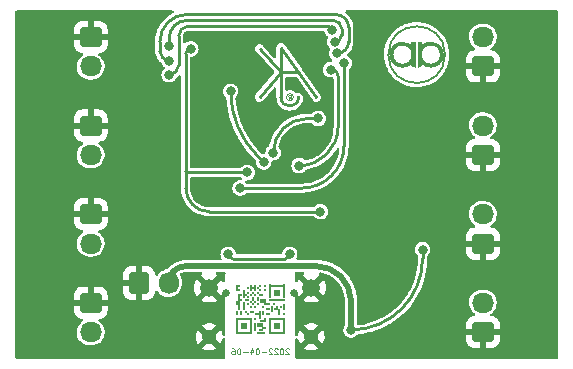
<source format=gbr>
%TF.GenerationSoftware,KiCad,Pcbnew,(6.0.2-0)*%
%TF.CreationDate,2022-04-20T12:28:57+01:00*%
%TF.ProjectId,Relay,52656c61-792e-46b6-9963-61645f706362,2*%
%TF.SameCoordinates,Original*%
%TF.FileFunction,Copper,L2,Bot*%
%TF.FilePolarity,Positive*%
%FSLAX46Y46*%
G04 Gerber Fmt 4.6, Leading zero omitted, Abs format (unit mm)*
G04 Created by KiCad (PCBNEW (6.0.2-0)) date 2022-04-20 12:28:57*
%MOMM*%
%LPD*%
G01*
G04 APERTURE LIST*
G04 Aperture macros list*
%AMRoundRect*
0 Rectangle with rounded corners*
0 $1 Rounding radius*
0 $2 $3 $4 $5 $6 $7 $8 $9 X,Y pos of 4 corners*
0 Add a 4 corners polygon primitive as box body*
4,1,4,$2,$3,$4,$5,$6,$7,$8,$9,$2,$3,0*
0 Add four circle primitives for the rounded corners*
1,1,$1+$1,$2,$3*
1,1,$1+$1,$4,$5*
1,1,$1+$1,$6,$7*
1,1,$1+$1,$8,$9*
0 Add four rect primitives between the rounded corners*
20,1,$1+$1,$2,$3,$4,$5,0*
20,1,$1+$1,$4,$5,$6,$7,0*
20,1,$1+$1,$6,$7,$8,$9,0*
20,1,$1+$1,$8,$9,$2,$3,0*%
G04 Aperture macros list end*
%ADD10C,0.100000*%
%TA.AperFunction,NonConductor*%
%ADD11C,0.100000*%
%TD*%
%TA.AperFunction,EtchedComponent*%
%ADD12C,0.375000*%
%TD*%
%TA.AperFunction,EtchedComponent*%
%ADD13C,0.200000*%
%TD*%
%TA.AperFunction,EtchedComponent*%
%ADD14C,0.250000*%
%TD*%
%TA.AperFunction,EtchedComponent*%
%ADD15C,0.080000*%
%TD*%
%TA.AperFunction,ComponentPad*%
%ADD16RoundRect,0.250000X-0.675000X0.600000X-0.675000X-0.600000X0.675000X-0.600000X0.675000X0.600000X0*%
%TD*%
%TA.AperFunction,ComponentPad*%
%ADD17O,1.850000X1.700000*%
%TD*%
%TA.AperFunction,ComponentPad*%
%ADD18C,1.250000*%
%TD*%
%TA.AperFunction,ComponentPad*%
%ADD19C,1.500000*%
%TD*%
%TA.AperFunction,ComponentPad*%
%ADD20C,0.670000*%
%TD*%
%TA.AperFunction,ComponentPad*%
%ADD21RoundRect,0.250000X0.675000X-0.600000X0.675000X0.600000X-0.675000X0.600000X-0.675000X-0.600000X0*%
%TD*%
%TA.AperFunction,ComponentPad*%
%ADD22RoundRect,0.250000X-0.600000X-0.675000X0.600000X-0.675000X0.600000X0.675000X-0.600000X0.675000X0*%
%TD*%
%TA.AperFunction,ComponentPad*%
%ADD23O,1.700000X1.850000*%
%TD*%
%TA.AperFunction,SMDPad,CuDef*%
%ADD24R,0.200000X0.200000*%
%TD*%
%TA.AperFunction,SMDPad,CuDef*%
%ADD25R,0.600000X0.200000*%
%TD*%
%TA.AperFunction,SMDPad,CuDef*%
%ADD26R,0.200000X1.400000*%
%TD*%
%TA.AperFunction,SMDPad,CuDef*%
%ADD27R,0.400000X0.200000*%
%TD*%
%TA.AperFunction,SMDPad,CuDef*%
%ADD28R,1.000000X0.200000*%
%TD*%
%TA.AperFunction,SMDPad,CuDef*%
%ADD29R,1.400000X0.200000*%
%TD*%
%TA.AperFunction,SMDPad,CuDef*%
%ADD30R,0.200000X1.200000*%
%TD*%
%TA.AperFunction,SMDPad,CuDef*%
%ADD31R,0.600000X0.600000*%
%TD*%
%TA.AperFunction,SMDPad,CuDef*%
%ADD32R,0.600000X0.400000*%
%TD*%
%TA.AperFunction,SMDPad,CuDef*%
%ADD33R,0.200000X0.800000*%
%TD*%
%TA.AperFunction,SMDPad,CuDef*%
%ADD34R,0.200000X0.600000*%
%TD*%
%TA.AperFunction,SMDPad,CuDef*%
%ADD35R,0.200000X0.400000*%
%TD*%
%TA.AperFunction,SMDPad,CuDef*%
%ADD36R,0.800000X0.200000*%
%TD*%
%TA.AperFunction,ViaPad*%
%ADD37C,0.800000*%
%TD*%
%TA.AperFunction,Conductor*%
%ADD38C,0.250000*%
%TD*%
%TA.AperFunction,Conductor*%
%ADD39C,0.500000*%
%TD*%
G04 APERTURE END LIST*
D10*
%TO.C,U9*%
D11*
X104928571Y-59423809D02*
X104904761Y-59400000D01*
X104857142Y-59376190D01*
X104738095Y-59376190D01*
X104690476Y-59400000D01*
X104666666Y-59423809D01*
X104642857Y-59471428D01*
X104642857Y-59519047D01*
X104666666Y-59590476D01*
X104952380Y-59876190D01*
X104642857Y-59876190D01*
X104333333Y-59376190D02*
X104285714Y-59376190D01*
X104238095Y-59400000D01*
X104214285Y-59423809D01*
X104190476Y-59471428D01*
X104166666Y-59566666D01*
X104166666Y-59685714D01*
X104190476Y-59780952D01*
X104214285Y-59828571D01*
X104238095Y-59852380D01*
X104285714Y-59876190D01*
X104333333Y-59876190D01*
X104380952Y-59852380D01*
X104404761Y-59828571D01*
X104428571Y-59780952D01*
X104452380Y-59685714D01*
X104452380Y-59566666D01*
X104428571Y-59471428D01*
X104404761Y-59423809D01*
X104380952Y-59400000D01*
X104333333Y-59376190D01*
X103976190Y-59423809D02*
X103952380Y-59400000D01*
X103904761Y-59376190D01*
X103785714Y-59376190D01*
X103738095Y-59400000D01*
X103714285Y-59423809D01*
X103690476Y-59471428D01*
X103690476Y-59519047D01*
X103714285Y-59590476D01*
X104000000Y-59876190D01*
X103690476Y-59876190D01*
X103500000Y-59423809D02*
X103476190Y-59400000D01*
X103428571Y-59376190D01*
X103309523Y-59376190D01*
X103261904Y-59400000D01*
X103238095Y-59423809D01*
X103214285Y-59471428D01*
X103214285Y-59519047D01*
X103238095Y-59590476D01*
X103523809Y-59876190D01*
X103214285Y-59876190D01*
X103000000Y-59685714D02*
X102619047Y-59685714D01*
X102285714Y-59376190D02*
X102238095Y-59376190D01*
X102190476Y-59400000D01*
X102166666Y-59423809D01*
X102142857Y-59471428D01*
X102119047Y-59566666D01*
X102119047Y-59685714D01*
X102142857Y-59780952D01*
X102166666Y-59828571D01*
X102190476Y-59852380D01*
X102238095Y-59876190D01*
X102285714Y-59876190D01*
X102333333Y-59852380D01*
X102357142Y-59828571D01*
X102380952Y-59780952D01*
X102404761Y-59685714D01*
X102404761Y-59566666D01*
X102380952Y-59471428D01*
X102357142Y-59423809D01*
X102333333Y-59400000D01*
X102285714Y-59376190D01*
X101690476Y-59542857D02*
X101690476Y-59876190D01*
X101809523Y-59352380D02*
X101928571Y-59709523D01*
X101619047Y-59709523D01*
X101428571Y-59685714D02*
X101047619Y-59685714D01*
X100714285Y-59376190D02*
X100666666Y-59376190D01*
X100619047Y-59400000D01*
X100595238Y-59423809D01*
X100571428Y-59471428D01*
X100547619Y-59566666D01*
X100547619Y-59685714D01*
X100571428Y-59780952D01*
X100595238Y-59828571D01*
X100619047Y-59852380D01*
X100666666Y-59876190D01*
X100714285Y-59876190D01*
X100761904Y-59852380D01*
X100785714Y-59828571D01*
X100809523Y-59780952D01*
X100833333Y-59685714D01*
X100833333Y-59566666D01*
X100809523Y-59471428D01*
X100785714Y-59423809D01*
X100761904Y-59400000D01*
X100714285Y-59376190D01*
X100119047Y-59376190D02*
X100214285Y-59376190D01*
X100261904Y-59400000D01*
X100285714Y-59423809D01*
X100333333Y-59495238D01*
X100357142Y-59590476D01*
X100357142Y-59780952D01*
X100333333Y-59828571D01*
X100309523Y-59852380D01*
X100261904Y-59876190D01*
X100166666Y-59876190D01*
X100119047Y-59852380D01*
X100095238Y-59828571D01*
X100071428Y-59780952D01*
X100071428Y-59661904D01*
X100095238Y-59614285D01*
X100119047Y-59590476D01*
X100166666Y-59566666D01*
X100261904Y-59566666D01*
X100309523Y-59590476D01*
X100333333Y-59614285D01*
X100357142Y-59661904D01*
D12*
%TO.C,U8*%
X115487500Y-34500000D02*
G75*
G03*
X115487500Y-34500000I-937500J0D01*
G01*
D13*
X118150000Y-34500000D02*
G75*
G03*
X118150000Y-34500000I-2400000J0D01*
G01*
D12*
X117887500Y-34500000D02*
G75*
G03*
X117887500Y-34500000I-937500J0D01*
G01*
G36*
X115675000Y-35600000D02*
G01*
X115300000Y-35425000D01*
X115300000Y-33400000D01*
X115675000Y-33400000D01*
X115675000Y-35600000D01*
G37*
G36*
X116200000Y-35425000D02*
G01*
X115825000Y-35600000D01*
X115825000Y-33400000D01*
X116200000Y-33400000D01*
X116200000Y-35425000D01*
G37*
D14*
%TO.C,AJK1*%
X102450000Y-34000000D02*
X104250000Y-36000000D01*
D15*
X105100000Y-37950000D02*
X105000000Y-37950000D01*
D14*
X104250000Y-33900000D02*
X104250000Y-38100000D01*
X104250000Y-36000000D02*
X105750000Y-36000000D01*
D15*
X105100000Y-37950000D02*
X105100000Y-38250000D01*
X105000000Y-38110000D02*
X104900000Y-38250000D01*
X105100000Y-38110000D02*
X105000000Y-38110000D01*
D14*
X104250000Y-36000000D02*
X102450000Y-38100000D01*
X104250000Y-33900000D02*
X107250000Y-38100000D01*
X104250000Y-38100000D02*
G75*
G03*
X105750000Y-38100000I750000J0D01*
G01*
D15*
X105000000Y-37950000D02*
G75*
G03*
X105000000Y-38110000I0J-80000D01*
G01*
X105320000Y-38110000D02*
G75*
G03*
X105320000Y-38110000I-300000J0D01*
G01*
%TD*%
D16*
%TO.P,J4,1,Pin_1*%
%TO.N,GND*%
X88150000Y-40500000D03*
D17*
%TO.P,J4,2,Pin_2*%
%TO.N,O2*%
X88150000Y-43000000D03*
%TD*%
D18*
%TO.P,J1,S1,SHIELD*%
%TO.N,GND*%
X98180000Y-58390000D03*
D19*
X106820000Y-54220000D03*
D18*
X106820000Y-58390000D03*
D20*
X99610000Y-54710000D03*
X105390000Y-54710000D03*
D19*
X98180000Y-54220000D03*
%TD*%
D16*
%TO.P,J3,1,Pin_1*%
%TO.N,GND*%
X88150000Y-33000000D03*
D17*
%TO.P,J3,2,Pin_2*%
%TO.N,O1*%
X88150000Y-35500000D03*
%TD*%
D21*
%TO.P,J10,1,Pin_1*%
%TO.N,GND*%
X121350000Y-35500000D03*
D17*
%TO.P,J10,2,Pin_2*%
%TO.N,O8*%
X121350000Y-33000000D03*
%TD*%
D22*
%TO.P,J2,1,GND*%
%TO.N,GND*%
X92250000Y-53850000D03*
D23*
%TO.P,J2,2,DC*%
%TO.N,+12V*%
X94750000Y-53850000D03*
%TD*%
D16*
%TO.P,J6,1,Pin_1*%
%TO.N,GND*%
X88150000Y-55500000D03*
D17*
%TO.P,J6,2,Pin_2*%
%TO.N,O4*%
X88150000Y-58000000D03*
%TD*%
D21*
%TO.P,J7,1,Pin_1*%
%TO.N,GND*%
X121350000Y-58000000D03*
D17*
%TO.P,J7,2,Pin_2*%
%TO.N,O5*%
X121350000Y-55500000D03*
%TD*%
D21*
%TO.P,J9,1,Pin_1*%
%TO.N,GND*%
X121350000Y-43000000D03*
D17*
%TO.P,J9,2,Pin_2*%
%TO.N,O7*%
X121350000Y-40500000D03*
%TD*%
D21*
%TO.P,J8,1,Pin_1*%
%TO.N,GND*%
X121350000Y-50500000D03*
D17*
%TO.P,J8,2,Pin_2*%
%TO.N,O6*%
X121350000Y-48000000D03*
%TD*%
D16*
%TO.P,J5,1,Pin_1*%
%TO.N,GND*%
X88150000Y-48000000D03*
D17*
%TO.P,J5,2,Pin_2*%
%TO.N,O3*%
X88150000Y-50500000D03*
%TD*%
D24*
%TO.P,U9,*%
%TO.N,*%
X101500000Y-55650000D03*
X102100000Y-55450000D03*
X102300000Y-54250000D03*
D25*
X102700000Y-57050000D03*
D24*
X101900000Y-54250000D03*
D26*
X100700000Y-55450000D03*
D27*
X101400000Y-55250000D03*
D28*
X101100000Y-56850000D03*
D29*
X101100000Y-58050000D03*
D30*
X104500000Y-54550000D03*
D24*
X104300000Y-55850000D03*
X101500000Y-55050000D03*
D27*
X102800000Y-57650000D03*
X103800000Y-56050000D03*
D31*
X101100000Y-57450000D03*
D28*
X103900000Y-54050000D03*
D32*
X102700000Y-55350000D03*
D27*
X102600000Y-57850000D03*
D30*
X103300000Y-57350000D03*
D24*
X102500000Y-54450000D03*
X102300000Y-54650000D03*
D33*
X101100000Y-54750000D03*
D24*
X101700000Y-54850000D03*
X101500000Y-54650000D03*
D34*
X104500000Y-55850000D03*
D29*
X103900000Y-58050000D03*
D24*
X101900000Y-54650000D03*
D35*
X102700000Y-56350000D03*
X100900000Y-56350000D03*
D27*
X100600000Y-54450000D03*
D24*
X102900000Y-56850000D03*
X101500000Y-56450000D03*
X101500000Y-54250000D03*
X101700000Y-55450000D03*
D30*
X101700000Y-57350000D03*
D24*
X102300000Y-55650000D03*
D27*
X103200000Y-56450000D03*
D28*
X103900000Y-56850000D03*
D24*
X102500000Y-54050000D03*
D27*
X101800000Y-56250000D03*
D31*
X103900000Y-57450000D03*
D36*
X102600000Y-58050000D03*
D31*
X103900000Y-54650000D03*
D30*
X103300000Y-54550000D03*
D24*
X100700000Y-54050000D03*
D25*
X103100000Y-55650000D03*
D24*
X104500000Y-56450000D03*
X101900000Y-55650000D03*
X102100000Y-54850000D03*
D32*
X102500000Y-57350000D03*
D35*
X102300000Y-55150000D03*
D27*
X102200000Y-56450000D03*
D30*
X104500000Y-57350000D03*
D35*
X100500000Y-56350000D03*
D24*
X101300000Y-56250000D03*
D34*
X103500000Y-56050000D03*
D24*
X102900000Y-54450000D03*
X102700000Y-55850000D03*
X101700000Y-55850000D03*
D27*
X102600000Y-54850000D03*
D33*
X101100000Y-55750000D03*
D30*
X100500000Y-57350000D03*
D27*
X103200000Y-56050000D03*
D34*
X101700000Y-54250000D03*
D35*
X100500000Y-54150000D03*
D24*
X102100000Y-55850000D03*
D29*
X103900000Y-55250000D03*
D33*
X102100000Y-57550000D03*
X102500000Y-56550000D03*
D24*
X100900000Y-54850000D03*
X103700000Y-55650000D03*
D34*
X104100000Y-56250000D03*
D24*
X100900000Y-55250000D03*
D35*
X100500000Y-55550000D03*
D34*
X102100000Y-54250000D03*
D24*
X102100000Y-56850000D03*
X102900000Y-54050000D03*
D35*
X101900000Y-55150000D03*
D24*
X103900000Y-55850000D03*
X101300000Y-54850000D03*
%TD*%
D37*
%TO.N,GND*%
X115000000Y-58500000D03*
X108000000Y-34000000D03*
X98300000Y-45700000D03*
X103750000Y-46750000D03*
%TO.N,+3V3*%
X107600000Y-47800000D03*
X96620205Y-34013915D03*
X101412911Y-44474500D03*
%TO.N,VBUS*%
X105000000Y-51400000D03*
X99800000Y-51400000D03*
%TO.N,+12V*%
X110200000Y-57800000D03*
X116250000Y-51000000D03*
%TO.N,O*%
X109600000Y-35200000D03*
X100800000Y-45800000D03*
%TO.N,I*%
X105800000Y-43900000D03*
X108475500Y-35772305D03*
%TO.N,EN*%
X100000000Y-37600000D03*
X102800000Y-43600000D03*
%TO.N,BOOT*%
X103600000Y-42800000D03*
X107409653Y-39903473D03*
%TO.N,G*%
X109000000Y-34400000D03*
X94800000Y-35000000D03*
%TO.N,B*%
X108600000Y-32400000D03*
X94800000Y-36200000D03*
%TO.N,R*%
X94800000Y-33800000D03*
X108800000Y-33400000D03*
%TD*%
D38*
%TO.N,+3V3*%
X98200000Y-47800000D02*
X107600000Y-47800000D01*
X101412911Y-44474500D02*
X96274500Y-44474500D01*
X96200000Y-45800000D02*
X96200000Y-44400000D01*
X96200000Y-34434120D02*
X96200000Y-44400000D01*
X96200000Y-45800000D02*
G75*
G03*
X98200000Y-47800000I1999999J-1D01*
G01*
X96200000Y-44400000D02*
G75*
G03*
X96274500Y-44474500I74502J2D01*
G01*
X96200000Y-34434120D02*
G75*
G02*
X96620205Y-34013915I420204J1D01*
G01*
%TO.N,VBUS*%
X100200000Y-51800000D02*
X104600000Y-51800000D01*
X100200000Y-51800000D02*
G75*
G02*
X99800000Y-51400000I-1J399999D01*
G01*
X105000000Y-51400000D02*
G75*
G02*
X104600000Y-51800000I-399999J-1D01*
G01*
D39*
%TO.N,+12V*%
X110200000Y-57800000D02*
X110200000Y-55400000D01*
D38*
X116250000Y-51000000D02*
X116250000Y-51750000D01*
D39*
X107200000Y-52400000D02*
X96200000Y-52400000D01*
X94750000Y-53850000D02*
G75*
G02*
X96200000Y-52400000I1449999J1D01*
G01*
X107200000Y-52400000D02*
G75*
G02*
X110200000Y-55400000I-1J-3000001D01*
G01*
D38*
X110200000Y-57800000D02*
G75*
G03*
X116250000Y-51750000I0J6050000D01*
G01*
%TO.N,O*%
X109600000Y-35200000D02*
X109600000Y-42200000D01*
X100800000Y-45800000D02*
X106000000Y-45800000D01*
X106000000Y-45800000D02*
G75*
G03*
X109600000Y-42200000I-1J3600001D01*
G01*
%TO.N,I*%
X109100000Y-36300000D02*
X109100000Y-40600000D01*
X108475500Y-35772305D02*
X108572305Y-35772305D01*
X109100000Y-36300000D02*
G75*
G03*
X108572305Y-35772305I-527694J1D01*
G01*
X105800000Y-43900000D02*
G75*
G03*
X109100000Y-40600000I-1J3300001D01*
G01*
%TO.N,EN*%
X102262742Y-43062741D02*
X102800000Y-43600000D01*
X102262742Y-43062741D02*
G75*
G02*
X100000000Y-37600000I5462735J5462739D01*
G01*
%TO.N,BOOT*%
X106496527Y-39903473D02*
X107409653Y-39903473D01*
X106496527Y-39903473D02*
G75*
G03*
X103600000Y-42800000I0J-2896527D01*
G01*
%TO.N,G*%
X108900000Y-31100000D02*
X96300000Y-31100000D01*
X110000000Y-33400000D02*
X110000000Y-32200000D01*
X94000000Y-33400000D02*
X94000000Y-34200000D01*
X110000000Y-33400000D02*
G75*
G02*
X109000000Y-34400000I-999999J-1D01*
G01*
X94000000Y-33400000D02*
G75*
G02*
X96300000Y-31100000I2299999J1D01*
G01*
X108900000Y-31100000D02*
G75*
G02*
X110000000Y-32200000I-2J-1100002D01*
G01*
X94800000Y-35000000D02*
G75*
G02*
X94000000Y-34200000I1J800001D01*
G01*
%TO.N,B*%
X95600000Y-35400000D02*
X95600000Y-32900000D01*
X108300000Y-32100000D02*
X96400000Y-32100000D01*
X108300000Y-32100000D02*
G75*
G02*
X108600000Y-32400000I0J-300000D01*
G01*
X95600000Y-35400000D02*
G75*
G02*
X94800000Y-36200000I-800001J1D01*
G01*
X108600000Y-32400000D02*
G75*
G03*
X108400000Y-32200000I-200001J-1D01*
G01*
X95600000Y-32900000D02*
G75*
G02*
X96400000Y-32100000I800001J-1D01*
G01*
%TO.N,R*%
X96300000Y-31600000D02*
X108700000Y-31600000D01*
X94800000Y-33800000D02*
X94800000Y-33100000D01*
X109400000Y-32800000D02*
X109400000Y-32300000D01*
X108700000Y-31600000D02*
G75*
G02*
X109400000Y-32300000I1J-699999D01*
G01*
X109400000Y-32800000D02*
G75*
G02*
X108800000Y-33400000I-600000J0D01*
G01*
X96300000Y-31600000D02*
G75*
G03*
X94800000Y-33100000I1J-1500001D01*
G01*
%TD*%
%TA.AperFunction,Conductor*%
%TO.N,GND*%
G36*
X95127862Y-30774002D02*
G01*
X95174355Y-30827658D01*
X95184459Y-30897932D01*
X95154965Y-30962512D01*
X95120689Y-30990278D01*
X94875271Y-31125915D01*
X94875266Y-31125918D01*
X94872174Y-31127627D01*
X94626726Y-31301781D01*
X94402322Y-31502322D01*
X94201781Y-31726726D01*
X94027627Y-31972174D01*
X94025918Y-31975266D01*
X94025915Y-31975271D01*
X93905687Y-32192808D01*
X93882050Y-32235577D01*
X93766879Y-32513623D01*
X93765900Y-32517020D01*
X93765900Y-32517021D01*
X93751923Y-32565538D01*
X93683564Y-32802816D01*
X93633153Y-33099519D01*
X93629851Y-33158316D01*
X93617406Y-33379923D01*
X93616558Y-33395021D01*
X93615769Y-33400000D01*
X93618949Y-33420077D01*
X93620500Y-33439788D01*
X93620500Y-34160212D01*
X93618949Y-34179922D01*
X93615769Y-34200000D01*
X93617321Y-34209797D01*
X93617321Y-34210164D01*
X93618312Y-34218531D01*
X93631420Y-34385085D01*
X93632574Y-34389892D01*
X93632575Y-34389898D01*
X93647801Y-34453317D01*
X93674761Y-34565613D01*
X93745809Y-34737137D01*
X93789668Y-34808709D01*
X93838434Y-34888288D01*
X93842814Y-34895436D01*
X93846029Y-34899200D01*
X93846031Y-34899203D01*
X93925173Y-34991866D01*
X93963389Y-35036611D01*
X93967145Y-35039819D01*
X94060017Y-35119139D01*
X94104564Y-35157186D01*
X94108794Y-35159778D01*
X94139310Y-35178479D01*
X94186942Y-35231126D01*
X94191800Y-35242609D01*
X94212553Y-35299319D01*
X94238438Y-35337840D01*
X94294833Y-35421764D01*
X94300908Y-35430805D01*
X94306527Y-35435918D01*
X94306528Y-35435919D01*
X94384830Y-35507168D01*
X94421753Y-35567809D01*
X94420030Y-35638784D01*
X94382861Y-35695311D01*
X94310039Y-35758838D01*
X94218950Y-35888444D01*
X94216190Y-35895524D01*
X94167474Y-36020474D01*
X94161406Y-36036037D01*
X94160414Y-36043570D01*
X94160414Y-36043571D01*
X94145712Y-36155249D01*
X94140729Y-36193096D01*
X94144250Y-36224986D01*
X94156497Y-36335913D01*
X94158113Y-36350553D01*
X94160723Y-36357684D01*
X94160723Y-36357686D01*
X94208153Y-36487294D01*
X94212553Y-36499319D01*
X94216789Y-36505622D01*
X94216789Y-36505623D01*
X94283050Y-36604229D01*
X94300908Y-36630805D01*
X94306527Y-36635918D01*
X94306528Y-36635919D01*
X94379976Y-36702751D01*
X94418076Y-36737419D01*
X94557293Y-36813008D01*
X94710522Y-36853207D01*
X94794477Y-36854526D01*
X94861319Y-36855576D01*
X94861322Y-36855576D01*
X94868916Y-36855695D01*
X95023332Y-36820329D01*
X95093742Y-36784917D01*
X95158072Y-36752563D01*
X95158075Y-36752561D01*
X95164855Y-36749151D01*
X95170626Y-36744222D01*
X95170629Y-36744220D01*
X95279536Y-36651204D01*
X95279536Y-36651203D01*
X95285314Y-36646269D01*
X95377755Y-36517624D01*
X95397228Y-36469184D01*
X95409325Y-36439093D01*
X95453292Y-36383349D01*
X95460375Y-36378672D01*
X95495436Y-36357186D01*
X95612670Y-36257059D01*
X95677459Y-36228028D01*
X95747659Y-36238633D01*
X95800981Y-36285508D01*
X95820500Y-36352870D01*
X95820500Y-44360221D01*
X95818949Y-44379929D01*
X95815769Y-44400010D01*
X95817321Y-44409806D01*
X95818948Y-44420078D01*
X95820500Y-44439792D01*
X95820500Y-45760212D01*
X95818949Y-45779922D01*
X95815769Y-45800000D01*
X95816387Y-45803902D01*
X95816926Y-45812810D01*
X95830634Y-46039424D01*
X95833532Y-46087341D01*
X95885421Y-46370492D01*
X95971062Y-46645325D01*
X95972624Y-46648795D01*
X95972626Y-46648801D01*
X96039437Y-46797249D01*
X96089206Y-46907830D01*
X96097042Y-46920792D01*
X96233689Y-47146834D01*
X96238130Y-47154181D01*
X96314834Y-47252086D01*
X96407760Y-47370697D01*
X96415663Y-47380785D01*
X96619215Y-47584337D01*
X96845819Y-47761870D01*
X96849071Y-47763836D01*
X96849074Y-47763838D01*
X96938489Y-47817891D01*
X97092170Y-47910794D01*
X97095650Y-47912360D01*
X97351199Y-48027374D01*
X97351205Y-48027376D01*
X97354675Y-48028938D01*
X97629508Y-48114579D01*
X97912659Y-48166468D01*
X97916451Y-48166697D01*
X97916456Y-48166698D01*
X98186602Y-48183039D01*
X98186604Y-48183039D01*
X98196098Y-48183613D01*
X98200000Y-48184231D01*
X98220078Y-48181051D01*
X98239788Y-48179500D01*
X107000141Y-48179500D01*
X107068262Y-48199502D01*
X107095522Y-48223169D01*
X107096672Y-48224501D01*
X107100908Y-48230805D01*
X107218076Y-48337419D01*
X107357293Y-48413008D01*
X107510522Y-48453207D01*
X107594477Y-48454526D01*
X107661319Y-48455576D01*
X107661322Y-48455576D01*
X107668916Y-48455695D01*
X107823332Y-48420329D01*
X107893742Y-48384917D01*
X107958072Y-48352563D01*
X107958075Y-48352561D01*
X107964855Y-48349151D01*
X107970626Y-48344222D01*
X107970629Y-48344220D01*
X108079536Y-48251204D01*
X108079536Y-48251203D01*
X108085314Y-48246269D01*
X108177755Y-48117624D01*
X108236842Y-47970641D01*
X108254060Y-47849656D01*
X108258581Y-47817891D01*
X108258581Y-47817888D01*
X108259162Y-47813807D01*
X108259307Y-47800000D01*
X108240276Y-47642733D01*
X108184280Y-47494546D01*
X108132324Y-47418949D01*
X108098855Y-47370251D01*
X108098854Y-47370249D01*
X108094553Y-47363992D01*
X107976275Y-47258611D01*
X107968889Y-47254700D01*
X107867552Y-47201045D01*
X107836274Y-47184484D01*
X107682633Y-47145892D01*
X107675034Y-47145852D01*
X107675033Y-47145852D01*
X107609181Y-47145507D01*
X107524221Y-47145062D01*
X107516841Y-47146834D01*
X107516839Y-47146834D01*
X107377563Y-47180271D01*
X107377560Y-47180272D01*
X107370184Y-47182043D01*
X107229414Y-47254700D01*
X107110039Y-47358838D01*
X107105672Y-47365051D01*
X107105667Y-47365057D01*
X107104336Y-47366951D01*
X107103013Y-47368005D01*
X107100589Y-47370697D01*
X107100140Y-47370293D01*
X107048802Y-47411183D01*
X107001250Y-47420500D01*
X98239788Y-47420500D01*
X98220077Y-47418949D01*
X98200000Y-47415769D01*
X98190207Y-47417320D01*
X98180787Y-47417320D01*
X98165005Y-47417997D01*
X97978370Y-47404649D01*
X97960576Y-47402091D01*
X97848828Y-47377782D01*
X97752257Y-47356774D01*
X97735009Y-47351710D01*
X97720875Y-47346438D01*
X97692690Y-47335926D01*
X97535261Y-47277207D01*
X97518909Y-47269739D01*
X97331799Y-47167570D01*
X97316675Y-47157850D01*
X97146010Y-47030091D01*
X97132424Y-47018318D01*
X96981682Y-46867576D01*
X96969909Y-46853990D01*
X96842150Y-46683325D01*
X96832430Y-46668201D01*
X96730261Y-46481091D01*
X96722793Y-46464739D01*
X96648290Y-46264991D01*
X96643225Y-46247741D01*
X96629410Y-46184231D01*
X96597909Y-46039424D01*
X96595351Y-46021630D01*
X96582003Y-45834998D01*
X96582680Y-45819213D01*
X96582680Y-45809793D01*
X96584231Y-45800000D01*
X96581051Y-45779922D01*
X96579500Y-45760212D01*
X96579500Y-44980000D01*
X96599502Y-44911879D01*
X96653158Y-44865386D01*
X96705500Y-44854000D01*
X100813052Y-44854000D01*
X100881173Y-44874002D01*
X100908433Y-44897669D01*
X100909583Y-44899001D01*
X100913819Y-44905305D01*
X100919436Y-44910416D01*
X100937154Y-44926538D01*
X100974077Y-44987178D01*
X100972354Y-45058154D01*
X100932532Y-45116931D01*
X100867255Y-45144848D01*
X100851697Y-45145730D01*
X100724221Y-45145062D01*
X100716841Y-45146834D01*
X100716839Y-45146834D01*
X100577563Y-45180271D01*
X100577560Y-45180272D01*
X100570184Y-45182043D01*
X100429414Y-45254700D01*
X100310039Y-45358838D01*
X100218950Y-45488444D01*
X100216190Y-45495524D01*
X100179950Y-45588475D01*
X100161406Y-45636037D01*
X100160414Y-45643570D01*
X100160414Y-45643571D01*
X100143753Y-45770130D01*
X100140729Y-45793096D01*
X100143763Y-45820578D01*
X100154159Y-45914737D01*
X100158113Y-45950553D01*
X100160723Y-45957684D01*
X100160723Y-45957686D01*
X100208170Y-46087341D01*
X100212553Y-46099319D01*
X100216789Y-46105622D01*
X100216789Y-46105623D01*
X100269612Y-46184231D01*
X100300908Y-46230805D01*
X100306527Y-46235918D01*
X100306528Y-46235919D01*
X100323321Y-46251199D01*
X100418076Y-46337419D01*
X100557293Y-46413008D01*
X100710522Y-46453207D01*
X100794477Y-46454526D01*
X100861319Y-46455576D01*
X100861322Y-46455576D01*
X100868916Y-46455695D01*
X101023332Y-46420329D01*
X101093742Y-46384917D01*
X101158072Y-46352563D01*
X101158075Y-46352561D01*
X101164855Y-46349151D01*
X101170626Y-46344222D01*
X101170629Y-46344220D01*
X101279542Y-46251199D01*
X101279543Y-46251198D01*
X101285314Y-46246269D01*
X101295586Y-46231974D01*
X101351581Y-46188326D01*
X101397909Y-46179500D01*
X105960212Y-46179500D01*
X105979923Y-46181051D01*
X105990206Y-46182680D01*
X105990207Y-46182680D01*
X106000000Y-46184231D01*
X106004280Y-46183553D01*
X106144013Y-46177093D01*
X106364683Y-46166891D01*
X106364690Y-46166890D01*
X106367574Y-46166757D01*
X106489666Y-46149726D01*
X106729124Y-46116323D01*
X106729127Y-46116322D01*
X106732012Y-46115920D01*
X106928237Y-46069768D01*
X107087366Y-46032342D01*
X107087372Y-46032340D01*
X107090205Y-46031674D01*
X107439097Y-45914737D01*
X107775710Y-45766107D01*
X108097174Y-45587053D01*
X108400746Y-45379102D01*
X108402972Y-45377254D01*
X108402982Y-45377246D01*
X108681599Y-45145884D01*
X108681602Y-45145881D01*
X108683835Y-45144027D01*
X108944027Y-44883835D01*
X108945884Y-44881599D01*
X109177246Y-44602982D01*
X109177254Y-44602972D01*
X109179102Y-44600746D01*
X109387053Y-44297174D01*
X109435951Y-44209385D01*
X109564683Y-43978267D01*
X109564685Y-43978263D01*
X109566107Y-43975710D01*
X109711206Y-43647095D01*
X119917001Y-43647095D01*
X119917338Y-43653614D01*
X119927257Y-43749206D01*
X119930149Y-43762600D01*
X119981588Y-43916784D01*
X119987761Y-43929962D01*
X120073063Y-44067807D01*
X120082099Y-44079208D01*
X120196829Y-44193739D01*
X120208240Y-44202751D01*
X120346243Y-44287816D01*
X120359424Y-44293963D01*
X120513710Y-44345138D01*
X120527086Y-44348005D01*
X120621438Y-44357672D01*
X120627854Y-44358000D01*
X121077885Y-44358000D01*
X121093124Y-44353525D01*
X121094329Y-44352135D01*
X121096000Y-44344452D01*
X121096000Y-44339884D01*
X121604000Y-44339884D01*
X121608475Y-44355123D01*
X121609865Y-44356328D01*
X121617548Y-44357999D01*
X122072095Y-44357999D01*
X122078614Y-44357662D01*
X122174206Y-44347743D01*
X122187600Y-44344851D01*
X122341784Y-44293412D01*
X122354962Y-44287239D01*
X122492807Y-44201937D01*
X122504208Y-44192901D01*
X122618739Y-44078171D01*
X122627751Y-44066760D01*
X122712816Y-43928757D01*
X122718963Y-43915576D01*
X122770138Y-43761290D01*
X122773005Y-43747914D01*
X122782672Y-43653562D01*
X122783000Y-43647146D01*
X122783000Y-43272115D01*
X122778525Y-43256876D01*
X122777135Y-43255671D01*
X122769452Y-43254000D01*
X121622115Y-43254000D01*
X121606876Y-43258475D01*
X121605671Y-43259865D01*
X121604000Y-43267548D01*
X121604000Y-44339884D01*
X121096000Y-44339884D01*
X121096000Y-43272115D01*
X121091525Y-43256876D01*
X121090135Y-43255671D01*
X121082452Y-43254000D01*
X119935116Y-43254000D01*
X119919877Y-43258475D01*
X119918672Y-43259865D01*
X119917001Y-43267548D01*
X119917001Y-43647095D01*
X109711206Y-43647095D01*
X109714737Y-43639097D01*
X109831674Y-43290205D01*
X109834011Y-43280271D01*
X109905175Y-42977695D01*
X109915920Y-42932012D01*
X109916519Y-42927722D01*
X109944395Y-42727885D01*
X119917000Y-42727885D01*
X119921475Y-42743124D01*
X119922865Y-42744329D01*
X119930548Y-42746000D01*
X122764884Y-42746000D01*
X122780123Y-42741525D01*
X122781328Y-42740135D01*
X122782999Y-42732452D01*
X122782999Y-42352905D01*
X122782662Y-42346386D01*
X122772743Y-42250794D01*
X122769851Y-42237400D01*
X122718412Y-42083216D01*
X122712239Y-42070038D01*
X122626937Y-41932193D01*
X122617901Y-41920792D01*
X122503171Y-41806261D01*
X122491760Y-41797249D01*
X122353757Y-41712184D01*
X122340576Y-41706037D01*
X122186290Y-41654862D01*
X122172914Y-41651995D01*
X122105919Y-41645131D01*
X122040192Y-41618290D01*
X121999410Y-41560176D01*
X121996520Y-41489238D01*
X122032442Y-41427999D01*
X122040928Y-41420701D01*
X122185431Y-41307192D01*
X122190149Y-41303486D01*
X122219766Y-41269356D01*
X122324350Y-41148835D01*
X122324354Y-41148830D01*
X122328281Y-41144304D01*
X122433819Y-40961874D01*
X122502957Y-40762778D01*
X122503988Y-40755671D01*
X122532338Y-40560140D01*
X122532338Y-40560137D01*
X122533199Y-40554200D01*
X122523455Y-40343667D01*
X122521193Y-40334278D01*
X122475482Y-40144607D01*
X122475481Y-40144605D01*
X122474076Y-40138774D01*
X122386843Y-39946916D01*
X122292743Y-39814259D01*
X122268370Y-39779900D01*
X122268369Y-39779899D01*
X122264904Y-39775014D01*
X122112660Y-39629272D01*
X122010918Y-39563578D01*
X121940640Y-39518200D01*
X121940637Y-39518199D01*
X121935603Y-39514948D01*
X121740122Y-39436166D01*
X121605739Y-39409923D01*
X121537717Y-39396639D01*
X121537714Y-39396639D01*
X121533271Y-39395771D01*
X121527730Y-39395500D01*
X121222341Y-39395500D01*
X121065194Y-39410493D01*
X120862958Y-39469823D01*
X120854518Y-39474170D01*
X120680921Y-39563578D01*
X120680918Y-39563580D01*
X120675590Y-39566324D01*
X120670875Y-39570028D01*
X120514568Y-39692808D01*
X120514564Y-39692812D01*
X120509851Y-39696514D01*
X120505920Y-39701044D01*
X120505919Y-39701045D01*
X120375650Y-39851165D01*
X120375646Y-39851170D01*
X120371719Y-39855696D01*
X120266181Y-40038126D01*
X120197043Y-40237222D01*
X120196183Y-40243155D01*
X120196182Y-40243158D01*
X120167662Y-40439860D01*
X120166801Y-40445800D01*
X120176545Y-40656333D01*
X120177949Y-40662158D01*
X120223866Y-40852685D01*
X120225924Y-40861226D01*
X120228406Y-40866684D01*
X120228407Y-40866688D01*
X120248681Y-40911278D01*
X120313157Y-41053084D01*
X120435096Y-41224986D01*
X120587340Y-41370728D01*
X120592375Y-41373979D01*
X120653664Y-41413553D01*
X120700042Y-41467308D01*
X120709995Y-41537604D01*
X120680363Y-41602121D01*
X120620555Y-41640377D01*
X120598319Y-41644732D01*
X120525794Y-41652257D01*
X120512400Y-41655149D01*
X120358216Y-41706588D01*
X120345038Y-41712761D01*
X120207193Y-41798063D01*
X120195792Y-41807099D01*
X120081261Y-41921829D01*
X120072249Y-41933240D01*
X119987184Y-42071243D01*
X119981037Y-42084424D01*
X119929862Y-42238710D01*
X119926995Y-42252086D01*
X119917328Y-42346438D01*
X119917000Y-42352855D01*
X119917000Y-42727885D01*
X109944395Y-42727885D01*
X109966357Y-42570441D01*
X109966757Y-42567574D01*
X109967208Y-42557834D01*
X109983169Y-42212591D01*
X109983169Y-42212590D01*
X109983553Y-42204280D01*
X109984231Y-42200000D01*
X109981051Y-42179922D01*
X109979500Y-42160212D01*
X109979500Y-35794730D01*
X109999502Y-35726609D01*
X110023669Y-35698919D01*
X110079536Y-35651204D01*
X110085314Y-35646269D01*
X110177755Y-35517624D01*
X110236842Y-35370641D01*
X110248007Y-35292189D01*
X110258581Y-35217891D01*
X110258581Y-35217888D01*
X110259162Y-35213807D01*
X110259307Y-35200000D01*
X110240276Y-35042733D01*
X110184280Y-34894546D01*
X110121198Y-34802761D01*
X110098855Y-34770251D01*
X110098854Y-34770249D01*
X110094553Y-34763992D01*
X109976275Y-34658611D01*
X109939004Y-34638877D01*
X109888161Y-34589325D01*
X109872179Y-34520150D01*
X109889756Y-34471108D01*
X112991117Y-34471108D01*
X112991489Y-34478567D01*
X112991489Y-34478575D01*
X113007030Y-34790740D01*
X113007628Y-34802761D01*
X113008269Y-34806492D01*
X113008270Y-34806500D01*
X113061992Y-35119139D01*
X113063863Y-35130028D01*
X113064951Y-35133667D01*
X113064952Y-35133670D01*
X113138803Y-35380610D01*
X113159007Y-35448169D01*
X113291683Y-35752575D01*
X113293606Y-35755847D01*
X113293608Y-35755850D01*
X113358766Y-35866688D01*
X113459968Y-36038838D01*
X113462269Y-36041853D01*
X113659125Y-36299797D01*
X113659130Y-36299803D01*
X113661425Y-36302810D01*
X113711266Y-36353973D01*
X113863818Y-36510571D01*
X113893136Y-36540667D01*
X113972033Y-36604215D01*
X114148791Y-36746587D01*
X114148796Y-36746591D01*
X114151744Y-36748965D01*
X114433503Y-36924686D01*
X114734332Y-37065285D01*
X114737941Y-37066468D01*
X115038669Y-37165052D01*
X115049873Y-37168725D01*
X115375556Y-37233507D01*
X115379328Y-37233794D01*
X115379336Y-37233795D01*
X115702886Y-37258407D01*
X115702891Y-37258407D01*
X115706663Y-37258694D01*
X116038398Y-37243920D01*
X116042136Y-37243298D01*
X116042144Y-37243297D01*
X116362213Y-37190022D01*
X116362215Y-37190021D01*
X116365955Y-37189399D01*
X116684589Y-37095922D01*
X116688056Y-37094432D01*
X116688060Y-37094431D01*
X116986202Y-36966339D01*
X116986204Y-36966338D01*
X116989686Y-36964842D01*
X117276826Y-36798058D01*
X117282251Y-36793963D01*
X117486070Y-36640095D01*
X117541849Y-36597986D01*
X117638307Y-36505000D01*
X117778183Y-36370160D01*
X117778186Y-36370156D01*
X117780917Y-36367524D01*
X117787233Y-36359767D01*
X117958219Y-36149742D01*
X117960374Y-36147095D01*
X119917001Y-36147095D01*
X119917338Y-36153614D01*
X119927257Y-36249206D01*
X119930149Y-36262600D01*
X119981588Y-36416784D01*
X119987761Y-36429962D01*
X120073063Y-36567807D01*
X120082099Y-36579208D01*
X120196829Y-36693739D01*
X120208240Y-36702751D01*
X120346243Y-36787816D01*
X120359424Y-36793963D01*
X120513710Y-36845138D01*
X120527086Y-36848005D01*
X120621438Y-36857672D01*
X120627854Y-36858000D01*
X121077885Y-36858000D01*
X121093124Y-36853525D01*
X121094329Y-36852135D01*
X121096000Y-36844452D01*
X121096000Y-36839884D01*
X121604000Y-36839884D01*
X121608475Y-36855123D01*
X121609865Y-36856328D01*
X121617548Y-36857999D01*
X122072095Y-36857999D01*
X122078614Y-36857662D01*
X122174206Y-36847743D01*
X122187600Y-36844851D01*
X122341784Y-36793412D01*
X122354962Y-36787239D01*
X122492807Y-36701937D01*
X122504208Y-36692901D01*
X122618739Y-36578171D01*
X122627751Y-36566760D01*
X122712816Y-36428757D01*
X122718963Y-36415576D01*
X122770138Y-36261290D01*
X122773005Y-36247914D01*
X122782672Y-36153562D01*
X122783000Y-36147146D01*
X122783000Y-35772115D01*
X122778525Y-35756876D01*
X122777135Y-35755671D01*
X122769452Y-35754000D01*
X121622115Y-35754000D01*
X121606876Y-35758475D01*
X121605671Y-35759865D01*
X121604000Y-35767548D01*
X121604000Y-36839884D01*
X121096000Y-36839884D01*
X121096000Y-35772115D01*
X121091525Y-35756876D01*
X121090135Y-35755671D01*
X121082452Y-35754000D01*
X119935116Y-35754000D01*
X119919877Y-35758475D01*
X119918672Y-35759865D01*
X119917001Y-35767548D01*
X119917001Y-36147095D01*
X117960374Y-36147095D01*
X117990566Y-36110010D01*
X118149114Y-35858727D01*
X118165738Y-35832380D01*
X118165739Y-35832377D01*
X118167760Y-35829175D01*
X118169383Y-35825749D01*
X118169387Y-35825742D01*
X118308303Y-35532524D01*
X118309932Y-35529086D01*
X118314093Y-35516616D01*
X118386588Y-35299319D01*
X118410420Y-35227885D01*
X119917000Y-35227885D01*
X119921475Y-35243124D01*
X119922865Y-35244329D01*
X119930548Y-35246000D01*
X122764884Y-35246000D01*
X122780123Y-35241525D01*
X122781328Y-35240135D01*
X122782999Y-35232452D01*
X122782999Y-34852905D01*
X122782662Y-34846386D01*
X122772743Y-34750794D01*
X122769851Y-34737400D01*
X122718412Y-34583216D01*
X122712239Y-34570038D01*
X122626937Y-34432193D01*
X122617901Y-34420792D01*
X122503171Y-34306261D01*
X122491760Y-34297249D01*
X122353757Y-34212184D01*
X122340576Y-34206037D01*
X122186290Y-34154862D01*
X122172914Y-34151995D01*
X122105919Y-34145131D01*
X122040192Y-34118290D01*
X121999410Y-34060176D01*
X121996520Y-33989238D01*
X122032442Y-33927999D01*
X122040928Y-33920701D01*
X122185431Y-33807192D01*
X122190149Y-33803486D01*
X122221517Y-33767338D01*
X122324350Y-33648835D01*
X122324354Y-33648830D01*
X122328281Y-33644304D01*
X122433819Y-33461874D01*
X122502957Y-33262778D01*
X122503988Y-33255671D01*
X122532338Y-33060140D01*
X122532338Y-33060137D01*
X122533199Y-33054200D01*
X122523455Y-32843667D01*
X122521090Y-32833851D01*
X122475482Y-32644607D01*
X122475481Y-32644605D01*
X122474076Y-32638774D01*
X122463641Y-32615822D01*
X122411059Y-32500176D01*
X122386843Y-32446916D01*
X122264904Y-32275014D01*
X122112660Y-32129272D01*
X122015171Y-32066324D01*
X121940640Y-32018200D01*
X121940637Y-32018199D01*
X121935603Y-32014948D01*
X121740122Y-31936166D01*
X121605739Y-31909923D01*
X121537717Y-31896639D01*
X121537714Y-31896639D01*
X121533271Y-31895771D01*
X121527730Y-31895500D01*
X121222341Y-31895500D01*
X121065194Y-31910493D01*
X121059434Y-31912183D01*
X121059433Y-31912183D01*
X121018403Y-31924220D01*
X120862958Y-31969823D01*
X120825904Y-31988907D01*
X120680921Y-32063578D01*
X120680918Y-32063580D01*
X120675590Y-32066324D01*
X120670875Y-32070028D01*
X120514568Y-32192808D01*
X120514564Y-32192812D01*
X120509851Y-32196514D01*
X120505920Y-32201044D01*
X120505919Y-32201045D01*
X120375650Y-32351165D01*
X120375646Y-32351170D01*
X120371719Y-32355696D01*
X120266181Y-32538126D01*
X120197043Y-32737222D01*
X120196183Y-32743155D01*
X120196182Y-32743158D01*
X120167662Y-32939860D01*
X120166801Y-32945800D01*
X120176545Y-33156333D01*
X120225924Y-33361226D01*
X120228406Y-33366684D01*
X120228407Y-33366688D01*
X120268626Y-33455143D01*
X120313157Y-33553084D01*
X120377864Y-33644304D01*
X120422270Y-33706904D01*
X120435096Y-33724986D01*
X120587340Y-33870728D01*
X120592375Y-33873979D01*
X120653664Y-33913553D01*
X120700042Y-33967308D01*
X120709995Y-34037604D01*
X120680363Y-34102121D01*
X120620555Y-34140377D01*
X120598319Y-34144732D01*
X120525794Y-34152257D01*
X120512400Y-34155149D01*
X120358216Y-34206588D01*
X120345038Y-34212761D01*
X120207193Y-34298063D01*
X120195792Y-34307099D01*
X120081261Y-34421829D01*
X120072249Y-34433240D01*
X119987184Y-34571243D01*
X119981037Y-34584424D01*
X119929862Y-34738710D01*
X119926995Y-34752086D01*
X119917328Y-34846438D01*
X119917000Y-34852855D01*
X119917000Y-35227885D01*
X118410420Y-35227885D01*
X118415022Y-35214091D01*
X118481509Y-34888751D01*
X118508429Y-34557781D01*
X118508830Y-34519491D01*
X118509011Y-34502221D01*
X118509011Y-34502214D01*
X118509034Y-34500000D01*
X118507743Y-34478575D01*
X118489279Y-34172316D01*
X118489279Y-34172312D01*
X118489051Y-34168538D01*
X118488371Y-34164814D01*
X118430072Y-33845600D01*
X118430071Y-33845596D01*
X118429392Y-33841878D01*
X118421848Y-33817580D01*
X118385879Y-33701743D01*
X118330922Y-33524751D01*
X118327965Y-33518154D01*
X118215600Y-33267548D01*
X118195066Y-33221750D01*
X118106684Y-33074949D01*
X118025751Y-32940519D01*
X118025747Y-32940513D01*
X118023792Y-32937266D01*
X118021465Y-32934282D01*
X118021460Y-32934275D01*
X117821918Y-32678413D01*
X117821916Y-32678410D01*
X117819582Y-32675418D01*
X117585393Y-32440000D01*
X117558215Y-32418574D01*
X117327599Y-32236771D01*
X117324618Y-32234421D01*
X117041034Y-32061661D01*
X116920436Y-32006828D01*
X116742201Y-31925789D01*
X116742193Y-31925786D01*
X116738749Y-31924220D01*
X116422142Y-31824090D01*
X116222326Y-31786515D01*
X116099523Y-31763422D01*
X116099518Y-31763421D01*
X116095799Y-31762722D01*
X115764446Y-31741004D01*
X115760666Y-31741212D01*
X115760665Y-31741212D01*
X115663980Y-31746533D01*
X115432884Y-31759251D01*
X115429157Y-31759912D01*
X115429153Y-31759912D01*
X115218479Y-31797249D01*
X115105916Y-31817198D01*
X115102291Y-31818303D01*
X115102286Y-31818304D01*
X114854261Y-31893897D01*
X114788278Y-31914007D01*
X114484570Y-32048275D01*
X114425840Y-32083216D01*
X114202448Y-32216120D01*
X114202442Y-32216124D01*
X114199193Y-32218057D01*
X114196201Y-32220365D01*
X114196197Y-32220368D01*
X114032854Y-32346386D01*
X113936279Y-32420893D01*
X113933577Y-32423553D01*
X113933570Y-32423559D01*
X113709023Y-32644607D01*
X113699638Y-32653846D01*
X113697274Y-32656813D01*
X113697271Y-32656816D01*
X113540410Y-32853665D01*
X113492697Y-32913541D01*
X113318454Y-33196216D01*
X113179432Y-33497778D01*
X113178273Y-33501378D01*
X113178270Y-33501385D01*
X113080985Y-33803486D01*
X113077646Y-33813856D01*
X113076927Y-33817572D01*
X113076925Y-33817580D01*
X113015289Y-34136155D01*
X113015288Y-34136164D01*
X113014570Y-34139874D01*
X113014303Y-34143650D01*
X113014302Y-34143655D01*
X112992002Y-34458611D01*
X112991117Y-34471108D01*
X109889756Y-34471108D01*
X109896133Y-34453317D01*
X109916127Y-34431718D01*
X109978471Y-34378471D01*
X110119491Y-34213357D01*
X110232945Y-34028217D01*
X110240720Y-34009448D01*
X110314146Y-33832180D01*
X110314147Y-33832178D01*
X110316040Y-33827607D01*
X110344546Y-33708871D01*
X110365575Y-33621281D01*
X110365576Y-33621275D01*
X110366730Y-33616468D01*
X110378222Y-33470452D01*
X110378733Y-33466961D01*
X110379018Y-33466149D01*
X110379500Y-33460584D01*
X110379500Y-33457872D01*
X110379618Y-33455143D01*
X110379658Y-33455145D01*
X110379888Y-33449280D01*
X110380857Y-33436967D01*
X110383307Y-33405835D01*
X110384231Y-33400000D01*
X110381051Y-33379922D01*
X110379500Y-33360212D01*
X110379500Y-32239787D01*
X110381051Y-32220076D01*
X110382680Y-32209791D01*
X110384231Y-32199999D01*
X110382680Y-32190207D01*
X110382680Y-32188622D01*
X110382109Y-32183646D01*
X110375013Y-32084424D01*
X110368181Y-31988907D01*
X110364030Y-31969823D01*
X110324153Y-31786515D01*
X110324152Y-31786513D01*
X110323195Y-31782112D01*
X110249237Y-31583824D01*
X110147813Y-31398079D01*
X110020987Y-31228659D01*
X109871341Y-31079013D01*
X109740233Y-30980867D01*
X109697687Y-30924033D01*
X109692622Y-30853217D01*
X109726647Y-30790905D01*
X109788959Y-30756880D01*
X109815743Y-30754000D01*
X127620000Y-30754000D01*
X127688121Y-30774002D01*
X127734614Y-30827658D01*
X127746000Y-30880000D01*
X127746000Y-60120000D01*
X127725998Y-60188121D01*
X127672342Y-60234614D01*
X127620000Y-60246000D01*
X105576000Y-60246000D01*
X105507879Y-60225998D01*
X105461386Y-60172342D01*
X105450000Y-60120000D01*
X105450000Y-59349319D01*
X106225041Y-59349319D01*
X106234923Y-59361809D01*
X106272259Y-59386756D01*
X106282371Y-59392247D01*
X106463081Y-59469885D01*
X106474014Y-59473437D01*
X106665844Y-59516845D01*
X106677253Y-59518347D01*
X106873783Y-59526068D01*
X106885265Y-59525466D01*
X107079905Y-59497245D01*
X107091101Y-59494557D01*
X107277343Y-59431336D01*
X107287840Y-59426662D01*
X107406401Y-59360266D01*
X107416264Y-59350189D01*
X107413309Y-59342519D01*
X106832812Y-58762022D01*
X106818868Y-58754408D01*
X106817035Y-58754539D01*
X106810420Y-58758790D01*
X106231237Y-59337973D01*
X106225041Y-59349319D01*
X105450000Y-59349319D01*
X105450000Y-58606765D01*
X105470002Y-58538644D01*
X105523658Y-58492151D01*
X105593932Y-58482047D01*
X105658512Y-58511541D01*
X105698123Y-58575749D01*
X105745991Y-58764228D01*
X105749829Y-58775066D01*
X105832173Y-58953685D01*
X105837922Y-58963642D01*
X105847850Y-58977690D01*
X105858439Y-58986078D01*
X105871740Y-58979050D01*
X106447978Y-58402812D01*
X106454356Y-58391132D01*
X107184408Y-58391132D01*
X107184539Y-58392965D01*
X107188790Y-58399580D01*
X107768603Y-58979393D01*
X107780983Y-58986153D01*
X107787563Y-58981227D01*
X107856662Y-58857840D01*
X107861336Y-58847343D01*
X107924557Y-58661101D01*
X107927245Y-58649905D01*
X107927652Y-58647095D01*
X119917001Y-58647095D01*
X119917338Y-58653614D01*
X119927257Y-58749206D01*
X119930149Y-58762600D01*
X119981588Y-58916784D01*
X119987761Y-58929962D01*
X120073063Y-59067807D01*
X120082099Y-59079208D01*
X120196829Y-59193739D01*
X120208240Y-59202751D01*
X120346243Y-59287816D01*
X120359424Y-59293963D01*
X120513710Y-59345138D01*
X120527086Y-59348005D01*
X120621438Y-59357672D01*
X120627854Y-59358000D01*
X121077885Y-59358000D01*
X121093124Y-59353525D01*
X121094329Y-59352135D01*
X121096000Y-59344452D01*
X121096000Y-59339884D01*
X121604000Y-59339884D01*
X121608475Y-59355123D01*
X121609865Y-59356328D01*
X121617548Y-59357999D01*
X122072095Y-59357999D01*
X122078614Y-59357662D01*
X122174206Y-59347743D01*
X122187600Y-59344851D01*
X122341784Y-59293412D01*
X122354962Y-59287239D01*
X122492807Y-59201937D01*
X122504208Y-59192901D01*
X122618739Y-59078171D01*
X122627751Y-59066760D01*
X122712816Y-58928757D01*
X122718963Y-58915576D01*
X122770138Y-58761290D01*
X122773005Y-58747914D01*
X122782672Y-58653562D01*
X122783000Y-58647146D01*
X122783000Y-58272115D01*
X122778525Y-58256876D01*
X122777135Y-58255671D01*
X122769452Y-58254000D01*
X121622115Y-58254000D01*
X121606876Y-58258475D01*
X121605671Y-58259865D01*
X121604000Y-58267548D01*
X121604000Y-59339884D01*
X121096000Y-59339884D01*
X121096000Y-58272115D01*
X121091525Y-58256876D01*
X121090135Y-58255671D01*
X121082452Y-58254000D01*
X119935116Y-58254000D01*
X119919877Y-58258475D01*
X119918672Y-58259865D01*
X119917001Y-58267548D01*
X119917001Y-58647095D01*
X107927652Y-58647095D01*
X107955762Y-58453224D01*
X107956392Y-58445843D01*
X107957757Y-58393704D01*
X107957514Y-58386305D01*
X107939330Y-58188397D01*
X107937233Y-58177083D01*
X107883846Y-57987789D01*
X107879724Y-57977050D01*
X107792736Y-57800656D01*
X107791577Y-57798765D01*
X107782732Y-57792126D01*
X107770312Y-57798898D01*
X107192022Y-58377188D01*
X107184408Y-58391132D01*
X106454356Y-58391132D01*
X106455592Y-58388868D01*
X106455461Y-58387035D01*
X106451210Y-58380420D01*
X105870031Y-57799241D01*
X105857651Y-57792481D01*
X105851685Y-57796947D01*
X105771452Y-57949445D01*
X105767047Y-57960079D01*
X105708724Y-58147910D01*
X105706332Y-58159164D01*
X105701127Y-58203140D01*
X105673256Y-58268437D01*
X105614508Y-58308301D01*
X105543533Y-58310075D01*
X105482867Y-58273196D01*
X105451769Y-58209372D01*
X105450000Y-58188330D01*
X105450000Y-57430436D01*
X106224547Y-57430436D01*
X106228033Y-57438823D01*
X106807188Y-58017978D01*
X106821132Y-58025592D01*
X106822965Y-58025461D01*
X106829580Y-58021210D01*
X107408407Y-57442383D01*
X107415167Y-57430003D01*
X107409137Y-57421948D01*
X107341459Y-57379246D01*
X107331211Y-57374025D01*
X107148531Y-57301143D01*
X107137504Y-57297876D01*
X106944605Y-57259506D01*
X106933159Y-57258303D01*
X106736507Y-57255730D01*
X106725027Y-57256633D01*
X106531199Y-57289938D01*
X106520079Y-57292918D01*
X106335557Y-57360992D01*
X106325179Y-57365942D01*
X106234146Y-57420101D01*
X106224547Y-57430436D01*
X105450000Y-57430436D01*
X105450000Y-55270161D01*
X106134393Y-55270161D01*
X106143687Y-55282175D01*
X106184088Y-55310464D01*
X106193584Y-55315947D01*
X106383113Y-55404326D01*
X106393405Y-55408072D01*
X106595401Y-55462196D01*
X106606196Y-55464099D01*
X106814525Y-55482326D01*
X106825475Y-55482326D01*
X107033804Y-55464099D01*
X107044599Y-55462196D01*
X107246595Y-55408072D01*
X107256887Y-55404326D01*
X107446416Y-55315947D01*
X107455912Y-55310464D01*
X107497148Y-55281590D01*
X107505523Y-55271112D01*
X107498457Y-55257668D01*
X106832811Y-54592021D01*
X106818868Y-54584408D01*
X106817034Y-54584539D01*
X106810420Y-54588790D01*
X106140820Y-55258391D01*
X106134393Y-55270161D01*
X105450000Y-55270161D01*
X105450000Y-54827056D01*
X105470002Y-54758935D01*
X105523658Y-54712442D01*
X105593932Y-54702338D01*
X105658512Y-54731832D01*
X105690195Y-54773806D01*
X105724054Y-54846417D01*
X105729534Y-54855907D01*
X105758411Y-54897149D01*
X105768887Y-54905523D01*
X105782334Y-54898455D01*
X106447979Y-54232811D01*
X106454356Y-54221132D01*
X107184408Y-54221132D01*
X107184539Y-54222966D01*
X107188790Y-54229580D01*
X107858391Y-54899180D01*
X107870161Y-54905607D01*
X107882176Y-54896311D01*
X107910466Y-54855907D01*
X107915946Y-54846417D01*
X108004326Y-54656887D01*
X108008072Y-54646595D01*
X108062196Y-54444599D01*
X108064099Y-54433804D01*
X108082326Y-54225475D01*
X108082326Y-54214525D01*
X108064099Y-54006196D01*
X108062196Y-53995401D01*
X108008072Y-53793405D01*
X108004326Y-53783113D01*
X107915946Y-53593583D01*
X107910466Y-53584093D01*
X107881589Y-53542851D01*
X107871113Y-53534477D01*
X107857666Y-53541545D01*
X107192021Y-54207189D01*
X107184408Y-54221132D01*
X106454356Y-54221132D01*
X106455592Y-54218868D01*
X106455461Y-54217034D01*
X106451210Y-54210420D01*
X105781609Y-53540820D01*
X105769839Y-53534393D01*
X105757824Y-53543689D01*
X105729534Y-53584093D01*
X105724054Y-53593583D01*
X105690195Y-53666194D01*
X105643277Y-53719479D01*
X105575000Y-53738940D01*
X105507040Y-53718398D01*
X105460975Y-53664375D01*
X105450000Y-53612944D01*
X105450000Y-53100000D01*
X105444681Y-53100000D01*
X105435690Y-53069381D01*
X105433506Y-53065981D01*
X105433516Y-52994985D01*
X105471908Y-52935264D01*
X105536493Y-52905780D01*
X105554407Y-52904500D01*
X106105852Y-52904500D01*
X106173973Y-52924502D01*
X106220466Y-52978158D01*
X106230570Y-53048432D01*
X106201076Y-53113012D01*
X106178122Y-53133714D01*
X106142851Y-53158411D01*
X106134477Y-53168887D01*
X106141545Y-53182334D01*
X106807189Y-53847979D01*
X106821132Y-53855592D01*
X106822966Y-53855461D01*
X106829580Y-53851210D01*
X107499180Y-53181609D01*
X107505607Y-53169839D01*
X107485052Y-53143270D01*
X107459189Y-53077151D01*
X107473178Y-53007547D01*
X107522578Y-52956554D01*
X107591704Y-52940364D01*
X107607412Y-52942233D01*
X107789717Y-52975641D01*
X107804487Y-52979282D01*
X108077647Y-53064402D01*
X108091865Y-53069794D01*
X108352765Y-53187217D01*
X108366235Y-53194286D01*
X108611083Y-53342302D01*
X108623605Y-53350945D01*
X108848828Y-53527396D01*
X108860216Y-53537486D01*
X109062514Y-53739784D01*
X109072604Y-53751172D01*
X109249055Y-53976395D01*
X109257698Y-53988917D01*
X109405714Y-54233765D01*
X109412783Y-54247235D01*
X109514201Y-54472573D01*
X109530204Y-54508131D01*
X109535598Y-54522353D01*
X109600874Y-54731832D01*
X109620718Y-54795513D01*
X109624359Y-54810286D01*
X109675931Y-55091704D01*
X109677765Y-55106808D01*
X109692967Y-55358127D01*
X109691740Y-55384205D01*
X109691731Y-55384901D01*
X109690350Y-55393773D01*
X109691514Y-55402675D01*
X109691514Y-55402678D01*
X109694436Y-55425019D01*
X109695500Y-55441357D01*
X109695500Y-57339676D01*
X109672587Y-57412126D01*
X109618950Y-57488444D01*
X109561406Y-57636037D01*
X109560414Y-57643570D01*
X109560414Y-57643571D01*
X109547944Y-57738294D01*
X109540729Y-57793096D01*
X109549421Y-57871825D01*
X109552242Y-57897372D01*
X109558113Y-57950553D01*
X109560723Y-57957684D01*
X109560723Y-57957686D01*
X109598216Y-58060140D01*
X109612553Y-58099319D01*
X109616789Y-58105622D01*
X109616789Y-58105623D01*
X109686506Y-58209372D01*
X109700908Y-58230805D01*
X109706527Y-58235918D01*
X109706528Y-58235919D01*
X109788025Y-58310075D01*
X109818076Y-58337419D01*
X109957293Y-58413008D01*
X110110522Y-58453207D01*
X110194477Y-58454526D01*
X110261319Y-58455576D01*
X110261322Y-58455576D01*
X110268916Y-58455695D01*
X110423332Y-58420329D01*
X110509109Y-58377188D01*
X110558072Y-58352563D01*
X110558075Y-58352561D01*
X110564855Y-58349151D01*
X110570626Y-58344222D01*
X110570629Y-58344220D01*
X110679537Y-58251203D01*
X110685314Y-58246269D01*
X110691424Y-58237767D01*
X110715828Y-58203805D01*
X110771823Y-58160158D01*
X110804042Y-58152124D01*
X110841442Y-58147910D01*
X111158938Y-58112137D01*
X111355056Y-58075029D01*
X111629376Y-58023125D01*
X111629388Y-58023122D01*
X111631699Y-58022685D01*
X111929076Y-57943003D01*
X112094175Y-57898765D01*
X112094183Y-57898762D01*
X112096454Y-57898154D01*
X112550604Y-57739241D01*
X112576632Y-57727885D01*
X119917000Y-57727885D01*
X119921475Y-57743124D01*
X119922865Y-57744329D01*
X119930548Y-57746000D01*
X122764884Y-57746000D01*
X122780123Y-57741525D01*
X122781328Y-57740135D01*
X122782999Y-57732452D01*
X122782999Y-57352905D01*
X122782662Y-57346386D01*
X122772743Y-57250794D01*
X122769851Y-57237400D01*
X122718412Y-57083216D01*
X122712239Y-57070038D01*
X122626937Y-56932193D01*
X122617901Y-56920792D01*
X122503171Y-56806261D01*
X122491760Y-56797249D01*
X122353757Y-56712184D01*
X122340576Y-56706037D01*
X122186290Y-56654862D01*
X122172914Y-56651995D01*
X122105919Y-56645131D01*
X122040192Y-56618290D01*
X121999410Y-56560176D01*
X121996520Y-56489238D01*
X122032442Y-56427999D01*
X122040928Y-56420701D01*
X122185431Y-56307192D01*
X122190149Y-56303486D01*
X122194081Y-56298955D01*
X122324350Y-56148835D01*
X122324354Y-56148830D01*
X122328281Y-56144304D01*
X122433819Y-55961874D01*
X122502957Y-55762778D01*
X122503988Y-55755671D01*
X122532338Y-55560140D01*
X122532338Y-55560137D01*
X122533199Y-55554200D01*
X122523455Y-55343667D01*
X122508835Y-55283000D01*
X122475482Y-55144607D01*
X122475481Y-55144605D01*
X122474076Y-55138774D01*
X122469065Y-55127751D01*
X122396877Y-54968985D01*
X122386843Y-54946916D01*
X122264904Y-54775014D01*
X122112660Y-54629272D01*
X122041332Y-54583216D01*
X121940640Y-54518200D01*
X121940637Y-54518199D01*
X121935603Y-54514948D01*
X121740122Y-54436166D01*
X121605739Y-54409923D01*
X121537717Y-54396639D01*
X121537714Y-54396639D01*
X121533271Y-54395771D01*
X121527730Y-54395500D01*
X121222341Y-54395500D01*
X121065194Y-54410493D01*
X121059434Y-54412183D01*
X121059433Y-54412183D01*
X120981600Y-54435017D01*
X120862958Y-54469823D01*
X120857619Y-54472573D01*
X120680921Y-54563578D01*
X120680918Y-54563580D01*
X120675590Y-54566324D01*
X120646990Y-54588790D01*
X120514568Y-54692808D01*
X120514564Y-54692812D01*
X120509851Y-54696514D01*
X120505920Y-54701044D01*
X120505919Y-54701045D01*
X120375650Y-54851165D01*
X120375646Y-54851170D01*
X120371719Y-54855696D01*
X120266181Y-55038126D01*
X120197043Y-55237222D01*
X120196183Y-55243155D01*
X120196182Y-55243158D01*
X120168701Y-55432695D01*
X120166801Y-55445800D01*
X120176545Y-55656333D01*
X120225924Y-55861226D01*
X120313157Y-56053084D01*
X120435096Y-56224986D01*
X120587340Y-56370728D01*
X120592375Y-56373979D01*
X120653664Y-56413553D01*
X120700042Y-56467308D01*
X120709995Y-56537604D01*
X120680363Y-56602121D01*
X120620555Y-56640377D01*
X120598319Y-56644732D01*
X120525794Y-56652257D01*
X120512400Y-56655149D01*
X120358216Y-56706588D01*
X120345038Y-56712761D01*
X120207193Y-56798063D01*
X120195792Y-56807099D01*
X120081261Y-56921829D01*
X120072249Y-56933240D01*
X119987184Y-57071243D01*
X119981037Y-57084424D01*
X119929862Y-57238710D01*
X119926995Y-57252086D01*
X119917328Y-57346438D01*
X119917000Y-57352855D01*
X119917000Y-57727885D01*
X112576632Y-57727885D01*
X112803378Y-57628957D01*
X112989454Y-57547773D01*
X112989459Y-57547771D01*
X112991608Y-57546833D01*
X112997358Y-57543794D01*
X113414936Y-57323098D01*
X113414939Y-57323096D01*
X113417000Y-57322007D01*
X113455405Y-57297876D01*
X113822404Y-57067274D01*
X113822408Y-57067271D01*
X113824401Y-57066019D01*
X114211533Y-56780303D01*
X114576231Y-56466455D01*
X114916455Y-56126231D01*
X115230303Y-55761533D01*
X115449819Y-55464099D01*
X115514617Y-55376301D01*
X115514620Y-55376296D01*
X115516019Y-55374401D01*
X115526245Y-55358127D01*
X115770760Y-54968985D01*
X115770763Y-54968980D01*
X115772007Y-54967000D01*
X115791133Y-54930813D01*
X115995738Y-54543680D01*
X115995739Y-54543678D01*
X115996833Y-54541608D01*
X116004337Y-54524410D01*
X116169925Y-54144877D01*
X116189241Y-54100604D01*
X116348154Y-53646454D01*
X116365304Y-53582452D01*
X116425547Y-53357619D01*
X116472685Y-53181699D01*
X116474126Y-53174088D01*
X116536385Y-52845038D01*
X116562137Y-52708938D01*
X116563502Y-52696829D01*
X116595030Y-52417000D01*
X116616008Y-52230813D01*
X116633927Y-51751918D01*
X116634231Y-51750000D01*
X116631051Y-51729922D01*
X116629500Y-51710212D01*
X116629500Y-51594730D01*
X116649502Y-51526609D01*
X116673669Y-51498919D01*
X116729536Y-51451204D01*
X116735314Y-51446269D01*
X116827755Y-51317624D01*
X116886842Y-51170641D01*
X116890193Y-51147095D01*
X119917001Y-51147095D01*
X119917338Y-51153614D01*
X119927257Y-51249206D01*
X119930149Y-51262600D01*
X119981588Y-51416784D01*
X119987761Y-51429962D01*
X120073063Y-51567807D01*
X120082099Y-51579208D01*
X120196829Y-51693739D01*
X120208240Y-51702751D01*
X120346243Y-51787816D01*
X120359424Y-51793963D01*
X120513710Y-51845138D01*
X120527086Y-51848005D01*
X120621438Y-51857672D01*
X120627854Y-51858000D01*
X121077885Y-51858000D01*
X121093124Y-51853525D01*
X121094329Y-51852135D01*
X121096000Y-51844452D01*
X121096000Y-51839884D01*
X121604000Y-51839884D01*
X121608475Y-51855123D01*
X121609865Y-51856328D01*
X121617548Y-51857999D01*
X122072095Y-51857999D01*
X122078614Y-51857662D01*
X122174206Y-51847743D01*
X122187600Y-51844851D01*
X122341784Y-51793412D01*
X122354962Y-51787239D01*
X122492807Y-51701937D01*
X122504208Y-51692901D01*
X122618739Y-51578171D01*
X122627751Y-51566760D01*
X122712816Y-51428757D01*
X122718963Y-51415576D01*
X122770138Y-51261290D01*
X122773005Y-51247914D01*
X122782672Y-51153562D01*
X122783000Y-51147146D01*
X122783000Y-50772115D01*
X122778525Y-50756876D01*
X122777135Y-50755671D01*
X122769452Y-50754000D01*
X121622115Y-50754000D01*
X121606876Y-50758475D01*
X121605671Y-50759865D01*
X121604000Y-50767548D01*
X121604000Y-51839884D01*
X121096000Y-51839884D01*
X121096000Y-50772115D01*
X121091525Y-50756876D01*
X121090135Y-50755671D01*
X121082452Y-50754000D01*
X119935116Y-50754000D01*
X119919877Y-50758475D01*
X119918672Y-50759865D01*
X119917001Y-50767548D01*
X119917001Y-51147095D01*
X116890193Y-51147095D01*
X116909162Y-51013807D01*
X116909307Y-51000000D01*
X116890276Y-50842733D01*
X116834280Y-50694546D01*
X116744553Y-50563992D01*
X116626275Y-50458611D01*
X116618889Y-50454700D01*
X116492988Y-50388039D01*
X116492989Y-50388039D01*
X116486274Y-50384484D01*
X116332633Y-50345892D01*
X116325034Y-50345852D01*
X116325033Y-50345852D01*
X116259181Y-50345507D01*
X116174221Y-50345062D01*
X116166841Y-50346834D01*
X116166839Y-50346834D01*
X116027563Y-50380271D01*
X116027560Y-50380272D01*
X116020184Y-50382043D01*
X115879414Y-50454700D01*
X115760039Y-50558838D01*
X115668950Y-50688444D01*
X115666190Y-50695524D01*
X115630120Y-50788039D01*
X115611406Y-50836037D01*
X115610414Y-50843570D01*
X115610414Y-50843571D01*
X115593737Y-50970251D01*
X115590729Y-50993096D01*
X115596750Y-51047629D01*
X115606850Y-51139111D01*
X115608113Y-51150553D01*
X115610723Y-51157684D01*
X115610723Y-51157686D01*
X115648637Y-51261290D01*
X115662553Y-51299319D01*
X115666789Y-51305622D01*
X115666789Y-51305623D01*
X115740675Y-51415576D01*
X115750908Y-51430805D01*
X115756527Y-51435918D01*
X115756528Y-51435919D01*
X115829299Y-51502135D01*
X115866222Y-51562775D01*
X115870500Y-51595329D01*
X115870500Y-51710212D01*
X115868949Y-51729922D01*
X115865769Y-51750000D01*
X115867321Y-51759795D01*
X115867618Y-51761671D01*
X115869073Y-51786330D01*
X115866969Y-51839884D01*
X115853214Y-52189952D01*
X115852438Y-52199815D01*
X115801268Y-52632151D01*
X115799720Y-52641922D01*
X115714789Y-53068899D01*
X115712479Y-53078520D01*
X115594310Y-53497514D01*
X115591253Y-53506923D01*
X115440572Y-53915363D01*
X115436787Y-53924500D01*
X115260407Y-54307099D01*
X115254527Y-54319853D01*
X115250035Y-54328668D01*
X115037312Y-54708512D01*
X115032143Y-54716948D01*
X115017602Y-54738710D01*
X114803475Y-55059175D01*
X114790283Y-55078918D01*
X114784474Y-55086914D01*
X114685676Y-55212239D01*
X114514948Y-55428805D01*
X114508523Y-55436328D01*
X114399564Y-55554200D01*
X114212999Y-55756025D01*
X114206025Y-55762999D01*
X114106074Y-55855393D01*
X113886328Y-56058523D01*
X113878805Y-56064948D01*
X113684156Y-56218398D01*
X113536914Y-56334474D01*
X113528926Y-56340278D01*
X113244721Y-56530177D01*
X113166948Y-56582143D01*
X113158512Y-56587312D01*
X112778668Y-56800035D01*
X112769863Y-56804522D01*
X112374503Y-56986786D01*
X112365363Y-56990572D01*
X111956923Y-57141253D01*
X111947514Y-57144310D01*
X111528520Y-57262479D01*
X111518899Y-57264789D01*
X111091922Y-57349720D01*
X111082151Y-57351268D01*
X110845310Y-57379300D01*
X110775310Y-57367443D01*
X110722833Y-57319624D01*
X110704500Y-57254173D01*
X110704500Y-55452913D01*
X110706246Y-55432008D01*
X110708729Y-55417247D01*
X110709536Y-55412453D01*
X110709688Y-55400000D01*
X110708999Y-55395186D01*
X110708959Y-55394576D01*
X110707936Y-55383910D01*
X110691982Y-55059175D01*
X110691982Y-55059171D01*
X110691830Y-55056085D01*
X110682444Y-54992807D01*
X110641762Y-54718547D01*
X110641761Y-54718543D01*
X110641307Y-54715481D01*
X110639562Y-54708512D01*
X110571903Y-54438408D01*
X110557641Y-54381471D01*
X110531031Y-54307099D01*
X110478439Y-54160116D01*
X110441640Y-54057269D01*
X110294420Y-53745998D01*
X110246908Y-53666729D01*
X110118988Y-53453306D01*
X110118982Y-53453297D01*
X110117399Y-53450656D01*
X109979260Y-53264397D01*
X109914129Y-53176578D01*
X109914126Y-53176574D01*
X109912282Y-53174088D01*
X109681044Y-52918956D01*
X109425912Y-52687718D01*
X109408287Y-52674646D01*
X109151829Y-52484444D01*
X109149344Y-52482601D01*
X109146703Y-52481018D01*
X109146694Y-52481012D01*
X108856643Y-52307163D01*
X108856644Y-52307163D01*
X108854002Y-52305580D01*
X108542731Y-52158360D01*
X108367908Y-52095807D01*
X108221434Y-52043398D01*
X108221426Y-52043396D01*
X108218529Y-52042359D01*
X108053001Y-52000896D01*
X107887522Y-51959445D01*
X107887518Y-51959444D01*
X107884519Y-51958693D01*
X107881457Y-51958239D01*
X107881453Y-51958238D01*
X107546976Y-51908624D01*
X107546975Y-51908624D01*
X107543915Y-51908170D01*
X107540829Y-51908018D01*
X107540825Y-51908018D01*
X107298041Y-51896090D01*
X107231796Y-51892836D01*
X107217789Y-51891319D01*
X107217246Y-51891270D01*
X107212453Y-51890464D01*
X107206175Y-51890387D01*
X107204860Y-51890371D01*
X107204856Y-51890371D01*
X107200000Y-51890312D01*
X107172662Y-51894227D01*
X107154801Y-51895500D01*
X105691980Y-51895500D01*
X105623859Y-51875498D01*
X105577366Y-51821842D01*
X105567262Y-51751568D01*
X105578511Y-51717928D01*
X105577755Y-51717624D01*
X105587982Y-51692184D01*
X105636842Y-51570641D01*
X105656015Y-51435919D01*
X105658581Y-51417891D01*
X105658581Y-51417888D01*
X105659162Y-51413807D01*
X105659307Y-51400000D01*
X105656388Y-51375874D01*
X105650086Y-51323798D01*
X105640276Y-51242733D01*
X105584280Y-51094546D01*
X105494553Y-50963992D01*
X105376275Y-50858611D01*
X105368889Y-50854700D01*
X105242988Y-50788039D01*
X105242989Y-50788039D01*
X105236274Y-50784484D01*
X105082633Y-50745892D01*
X105075034Y-50745852D01*
X105075033Y-50745852D01*
X105009181Y-50745507D01*
X104924221Y-50745062D01*
X104916841Y-50746834D01*
X104916839Y-50746834D01*
X104777563Y-50780271D01*
X104777560Y-50780272D01*
X104770184Y-50782043D01*
X104629414Y-50854700D01*
X104510039Y-50958838D01*
X104418950Y-51088444D01*
X104416190Y-51095524D01*
X104365715Y-51224986D01*
X104361406Y-51236037D01*
X104360414Y-51243570D01*
X104360414Y-51243571D01*
X104351544Y-51310946D01*
X104322822Y-51375874D01*
X104263556Y-51414965D01*
X104226622Y-51420500D01*
X100573459Y-51420500D01*
X100505338Y-51400498D01*
X100458845Y-51346842D01*
X100448372Y-51309637D01*
X100447628Y-51303486D01*
X100440276Y-51242733D01*
X100384280Y-51094546D01*
X100294553Y-50963992D01*
X100176275Y-50858611D01*
X100168889Y-50854700D01*
X100042988Y-50788039D01*
X100042989Y-50788039D01*
X100036274Y-50784484D01*
X99882633Y-50745892D01*
X99875034Y-50745852D01*
X99875033Y-50745852D01*
X99809181Y-50745507D01*
X99724221Y-50745062D01*
X99716841Y-50746834D01*
X99716839Y-50746834D01*
X99577563Y-50780271D01*
X99577560Y-50780272D01*
X99570184Y-50782043D01*
X99429414Y-50854700D01*
X99310039Y-50958838D01*
X99218950Y-51088444D01*
X99216190Y-51095524D01*
X99165715Y-51224986D01*
X99161406Y-51236037D01*
X99160414Y-51243570D01*
X99160414Y-51243571D01*
X99143246Y-51373979D01*
X99140729Y-51393096D01*
X99149421Y-51471824D01*
X99155560Y-51527427D01*
X99158113Y-51550553D01*
X99160723Y-51557684D01*
X99160723Y-51557686D01*
X99208356Y-51687849D01*
X99212553Y-51699319D01*
X99216791Y-51705625D01*
X99220190Y-51712297D01*
X99233294Y-51782074D01*
X99206594Y-51847859D01*
X99148566Y-51888765D01*
X99107923Y-51895500D01*
X96252913Y-51895500D01*
X96232008Y-51893754D01*
X96212453Y-51890464D01*
X96206199Y-51890388D01*
X96204859Y-51890371D01*
X96204855Y-51890371D01*
X96200000Y-51890312D01*
X96195193Y-51891000D01*
X96195185Y-51891001D01*
X96191999Y-51891458D01*
X96182380Y-51892461D01*
X96052639Y-51900965D01*
X95948454Y-51907793D01*
X95948450Y-51907794D01*
X95944339Y-51908063D01*
X95940299Y-51908867D01*
X95940296Y-51908867D01*
X95697098Y-51957242D01*
X95697092Y-51957244D01*
X95693053Y-51958047D01*
X95689149Y-51959372D01*
X95689146Y-51959373D01*
X95454355Y-52039073D01*
X95450440Y-52040402D01*
X95446744Y-52042225D01*
X95446736Y-52042228D01*
X95262166Y-52133249D01*
X95220653Y-52153721D01*
X95217220Y-52156015D01*
X95217218Y-52156016D01*
X95213710Y-52158360D01*
X95007622Y-52296063D01*
X95004528Y-52298777D01*
X95004522Y-52298781D01*
X94855054Y-52429862D01*
X94814994Y-52464994D01*
X94812285Y-52468083D01*
X94664769Y-52636292D01*
X94604815Y-52674319D01*
X94594598Y-52676502D01*
X94593667Y-52676545D01*
X94554970Y-52685871D01*
X94394607Y-52724518D01*
X94394605Y-52724519D01*
X94388774Y-52725924D01*
X94383316Y-52728406D01*
X94383312Y-52728407D01*
X94268706Y-52780516D01*
X94196916Y-52813157D01*
X94025014Y-52935096D01*
X93879272Y-53087340D01*
X93876021Y-53092375D01*
X93836447Y-53153664D01*
X93782692Y-53200042D01*
X93712396Y-53209995D01*
X93647879Y-53180363D01*
X93609623Y-53120555D01*
X93605268Y-53098319D01*
X93597743Y-53025794D01*
X93594851Y-53012400D01*
X93543412Y-52858216D01*
X93537239Y-52845038D01*
X93451937Y-52707193D01*
X93442901Y-52695792D01*
X93328171Y-52581261D01*
X93316760Y-52572249D01*
X93178757Y-52487184D01*
X93165576Y-52481037D01*
X93011290Y-52429862D01*
X92997914Y-52426995D01*
X92903562Y-52417328D01*
X92897145Y-52417000D01*
X92522115Y-52417000D01*
X92506876Y-52421475D01*
X92505671Y-52422865D01*
X92504000Y-52430548D01*
X92504000Y-55264884D01*
X92508475Y-55280123D01*
X92509865Y-55281328D01*
X92517548Y-55282999D01*
X92897095Y-55282999D01*
X92903614Y-55282662D01*
X92999206Y-55272743D01*
X93011164Y-55270161D01*
X97494393Y-55270161D01*
X97503687Y-55282175D01*
X97544088Y-55310464D01*
X97553584Y-55315947D01*
X97743113Y-55404326D01*
X97753405Y-55408072D01*
X97955401Y-55462196D01*
X97966196Y-55464099D01*
X98174525Y-55482326D01*
X98185475Y-55482326D01*
X98393804Y-55464099D01*
X98404599Y-55462196D01*
X98606595Y-55408072D01*
X98616887Y-55404326D01*
X98806416Y-55315947D01*
X98815912Y-55310464D01*
X98857148Y-55281590D01*
X98865523Y-55271112D01*
X98858457Y-55257668D01*
X98192811Y-54592021D01*
X98178868Y-54584408D01*
X98177034Y-54584539D01*
X98170420Y-54588790D01*
X97500820Y-55258391D01*
X97494393Y-55270161D01*
X93011164Y-55270161D01*
X93012600Y-55269851D01*
X93166784Y-55218412D01*
X93179962Y-55212239D01*
X93317807Y-55126937D01*
X93329208Y-55117901D01*
X93443739Y-55003171D01*
X93452751Y-54991760D01*
X93537816Y-54853757D01*
X93543963Y-54840576D01*
X93595138Y-54686290D01*
X93598005Y-54672914D01*
X93604869Y-54605919D01*
X93631710Y-54540192D01*
X93689824Y-54499410D01*
X93760762Y-54496520D01*
X93822001Y-54532442D01*
X93829299Y-54540928D01*
X93946514Y-54690149D01*
X93951044Y-54694080D01*
X93951045Y-54694081D01*
X94101165Y-54824350D01*
X94101170Y-54824354D01*
X94105696Y-54828281D01*
X94288126Y-54933819D01*
X94487222Y-55002957D01*
X94493155Y-55003817D01*
X94493158Y-55003818D01*
X94689860Y-55032338D01*
X94689863Y-55032338D01*
X94695800Y-55033199D01*
X94906333Y-55023455D01*
X94912157Y-55022051D01*
X94912160Y-55022051D01*
X95105393Y-54975482D01*
X95105395Y-54975481D01*
X95111226Y-54974076D01*
X95116684Y-54971594D01*
X95116688Y-54971593D01*
X95261815Y-54905607D01*
X95303084Y-54886843D01*
X95474986Y-54764904D01*
X95588242Y-54646595D01*
X95616583Y-54616990D01*
X95620728Y-54612660D01*
X95667520Y-54540192D01*
X95731800Y-54440640D01*
X95731801Y-54440637D01*
X95735052Y-54435603D01*
X95813834Y-54240122D01*
X95816694Y-54225475D01*
X96917674Y-54225475D01*
X96935901Y-54433804D01*
X96937804Y-54444599D01*
X96991928Y-54646595D01*
X96995674Y-54656887D01*
X97084054Y-54846417D01*
X97089534Y-54855907D01*
X97118411Y-54897149D01*
X97128887Y-54905523D01*
X97142334Y-54898455D01*
X97807979Y-54232811D01*
X97815592Y-54218868D01*
X97815461Y-54217034D01*
X97811210Y-54210420D01*
X97141609Y-53540820D01*
X97129839Y-53534393D01*
X97117824Y-53543689D01*
X97089534Y-53584093D01*
X97084054Y-53593583D01*
X96995674Y-53783113D01*
X96991928Y-53793405D01*
X96937804Y-53995401D01*
X96935901Y-54006196D01*
X96917674Y-54214525D01*
X96917674Y-54225475D01*
X95816694Y-54225475D01*
X95854229Y-54033271D01*
X95854500Y-54027730D01*
X95854500Y-53722341D01*
X95839507Y-53565194D01*
X95780177Y-53362958D01*
X95692142Y-53192028D01*
X95678733Y-53122309D01*
X95705146Y-53056409D01*
X95750908Y-53020141D01*
X95866629Y-52966179D01*
X95887268Y-52958667D01*
X95918589Y-52950275D01*
X96025170Y-52921716D01*
X96046793Y-52917904D01*
X96087681Y-52914326D01*
X96159594Y-52908035D01*
X96175921Y-52908584D01*
X96175926Y-52908158D01*
X96184896Y-52908268D01*
X96193773Y-52909650D01*
X96225020Y-52905564D01*
X96241357Y-52904500D01*
X97465852Y-52904500D01*
X97533973Y-52924502D01*
X97580466Y-52978158D01*
X97590570Y-53048432D01*
X97561076Y-53113012D01*
X97538122Y-53133714D01*
X97502851Y-53158411D01*
X97494477Y-53168887D01*
X97501545Y-53182334D01*
X98167189Y-53847979D01*
X98181132Y-53855592D01*
X98182966Y-53855461D01*
X98189580Y-53851210D01*
X98859180Y-53181609D01*
X98865607Y-53169839D01*
X98856312Y-53157824D01*
X98821878Y-53133713D01*
X98777549Y-53078256D01*
X98770240Y-53007637D01*
X98802270Y-52944276D01*
X98863472Y-52908291D01*
X98894148Y-52904500D01*
X99450253Y-52904500D01*
X99518374Y-52924502D01*
X99564867Y-52978158D01*
X99574971Y-53048432D01*
X99554335Y-53093618D01*
X99552947Y-53100000D01*
X99550000Y-53100000D01*
X99550000Y-53612944D01*
X99529998Y-53681065D01*
X99476342Y-53727558D01*
X99406068Y-53737662D01*
X99341488Y-53708168D01*
X99309805Y-53666194D01*
X99275946Y-53593583D01*
X99270466Y-53584093D01*
X99241589Y-53542851D01*
X99231113Y-53534477D01*
X99217666Y-53541545D01*
X98552021Y-54207189D01*
X98544408Y-54221132D01*
X98544539Y-54222966D01*
X98548790Y-54229580D01*
X99218391Y-54899180D01*
X99230161Y-54905607D01*
X99242176Y-54896311D01*
X99270466Y-54855907D01*
X99275946Y-54846417D01*
X99309805Y-54773806D01*
X99356723Y-54720521D01*
X99425000Y-54701060D01*
X99492960Y-54721602D01*
X99539025Y-54775625D01*
X99550000Y-54827056D01*
X99550000Y-58169646D01*
X99529998Y-58237767D01*
X99476342Y-58284260D01*
X99406068Y-58294364D01*
X99341488Y-58264870D01*
X99303104Y-58205144D01*
X99300110Y-58192607D01*
X99297233Y-58177083D01*
X99243846Y-57987789D01*
X99239724Y-57977050D01*
X99152736Y-57800656D01*
X99151577Y-57798765D01*
X99142732Y-57792126D01*
X99130312Y-57798898D01*
X98552022Y-58377188D01*
X98544408Y-58391132D01*
X98544539Y-58392965D01*
X98548790Y-58399580D01*
X99128603Y-58979393D01*
X99140983Y-58986153D01*
X99147563Y-58981227D01*
X99216662Y-58857840D01*
X99221336Y-58847343D01*
X99284557Y-58661101D01*
X99287245Y-58649905D01*
X99299304Y-58566734D01*
X99328874Y-58502188D01*
X99388646Y-58463876D01*
X99459642Y-58463960D01*
X99519323Y-58502415D01*
X99548739Y-58567031D01*
X99550000Y-58584814D01*
X99550000Y-60120000D01*
X99529998Y-60188121D01*
X99476342Y-60234614D01*
X99424000Y-60246000D01*
X81880000Y-60246000D01*
X81811879Y-60225998D01*
X81765386Y-60172342D01*
X81754000Y-60120000D01*
X81754000Y-59349319D01*
X97585041Y-59349319D01*
X97594923Y-59361809D01*
X97632259Y-59386756D01*
X97642371Y-59392247D01*
X97823081Y-59469885D01*
X97834014Y-59473437D01*
X98025844Y-59516845D01*
X98037253Y-59518347D01*
X98233783Y-59526068D01*
X98245265Y-59525466D01*
X98439905Y-59497245D01*
X98451101Y-59494557D01*
X98637343Y-59431336D01*
X98647840Y-59426662D01*
X98766401Y-59360266D01*
X98776264Y-59350189D01*
X98773309Y-59342519D01*
X98192812Y-58762022D01*
X98178868Y-58754408D01*
X98177035Y-58754539D01*
X98170420Y-58758790D01*
X97591237Y-59337973D01*
X97585041Y-59349319D01*
X81754000Y-59349319D01*
X81754000Y-56147095D01*
X86717001Y-56147095D01*
X86717338Y-56153614D01*
X86727257Y-56249206D01*
X86730149Y-56262600D01*
X86781588Y-56416784D01*
X86787761Y-56429962D01*
X86873063Y-56567807D01*
X86882099Y-56579208D01*
X86996829Y-56693739D01*
X87008240Y-56702751D01*
X87146243Y-56787816D01*
X87159424Y-56793963D01*
X87313710Y-56845138D01*
X87327086Y-56848005D01*
X87394081Y-56854869D01*
X87459808Y-56881710D01*
X87500590Y-56939824D01*
X87503480Y-57010762D01*
X87467558Y-57072001D01*
X87459072Y-57079299D01*
X87452548Y-57084424D01*
X87309851Y-57196514D01*
X87305920Y-57201044D01*
X87305919Y-57201045D01*
X87175650Y-57351165D01*
X87175646Y-57351170D01*
X87171719Y-57355696D01*
X87066181Y-57538126D01*
X86997043Y-57737222D01*
X86996183Y-57743155D01*
X86996182Y-57743158D01*
X86967662Y-57939860D01*
X86966801Y-57945800D01*
X86976545Y-58156333D01*
X86987986Y-58203805D01*
X87021826Y-58344220D01*
X87025924Y-58361226D01*
X87028406Y-58366684D01*
X87028407Y-58366688D01*
X87074049Y-58467070D01*
X87113157Y-58553084D01*
X87235096Y-58724986D01*
X87387340Y-58870728D01*
X87392375Y-58873979D01*
X87559360Y-58981800D01*
X87559363Y-58981801D01*
X87564397Y-58985052D01*
X87759878Y-59063834D01*
X87882688Y-59087817D01*
X87962283Y-59103361D01*
X87962286Y-59103361D01*
X87966729Y-59104229D01*
X87972270Y-59104500D01*
X88277659Y-59104500D01*
X88434806Y-59089507D01*
X88637042Y-59030177D01*
X88722665Y-58986078D01*
X88819079Y-58936422D01*
X88819082Y-58936420D01*
X88824410Y-58933676D01*
X88900408Y-58873979D01*
X88985432Y-58807192D01*
X88985436Y-58807188D01*
X88990149Y-58803486D01*
X89024216Y-58764228D01*
X89124350Y-58648835D01*
X89124354Y-58648830D01*
X89128281Y-58644304D01*
X89233819Y-58461874D01*
X89267119Y-58365980D01*
X97042914Y-58365980D01*
X97055777Y-58562233D01*
X97057577Y-58573601D01*
X97105991Y-58764228D01*
X97109829Y-58775066D01*
X97192173Y-58953685D01*
X97197922Y-58963642D01*
X97207850Y-58977690D01*
X97218439Y-58986078D01*
X97231740Y-58979050D01*
X97807978Y-58402812D01*
X97815592Y-58388868D01*
X97815461Y-58387035D01*
X97811210Y-58380420D01*
X97230031Y-57799241D01*
X97217651Y-57792481D01*
X97211685Y-57796947D01*
X97131452Y-57949445D01*
X97127047Y-57960079D01*
X97068724Y-58147910D01*
X97066332Y-58159164D01*
X97043215Y-58354479D01*
X97042914Y-58365980D01*
X89267119Y-58365980D01*
X89302957Y-58262778D01*
X89303988Y-58255671D01*
X89332338Y-58060140D01*
X89332338Y-58060137D01*
X89333199Y-58054200D01*
X89323455Y-57843667D01*
X89313090Y-57800656D01*
X89275482Y-57644607D01*
X89275481Y-57644605D01*
X89274076Y-57638774D01*
X89269613Y-57628957D01*
X89189323Y-57452371D01*
X89186843Y-57446916D01*
X89175153Y-57430436D01*
X97584547Y-57430436D01*
X97588033Y-57438823D01*
X98167188Y-58017978D01*
X98181132Y-58025592D01*
X98182965Y-58025461D01*
X98189580Y-58021210D01*
X98768407Y-57442383D01*
X98775167Y-57430003D01*
X98769137Y-57421948D01*
X98701459Y-57379246D01*
X98691211Y-57374025D01*
X98508531Y-57301143D01*
X98497504Y-57297876D01*
X98304605Y-57259506D01*
X98293159Y-57258303D01*
X98096507Y-57255730D01*
X98085027Y-57256633D01*
X97891199Y-57289938D01*
X97880079Y-57292918D01*
X97695557Y-57360992D01*
X97685179Y-57365942D01*
X97594146Y-57420101D01*
X97584547Y-57430436D01*
X89175153Y-57430436D01*
X89064904Y-57275014D01*
X88912660Y-57129272D01*
X88846336Y-57086447D01*
X88799958Y-57032692D01*
X88790005Y-56962396D01*
X88819637Y-56897879D01*
X88879445Y-56859623D01*
X88901681Y-56855268D01*
X88974206Y-56847743D01*
X88987600Y-56844851D01*
X89141784Y-56793412D01*
X89154962Y-56787239D01*
X89292807Y-56701937D01*
X89304208Y-56692901D01*
X89418739Y-56578171D01*
X89427751Y-56566760D01*
X89512816Y-56428757D01*
X89518963Y-56415576D01*
X89570138Y-56261290D01*
X89573005Y-56247914D01*
X89582672Y-56153562D01*
X89583000Y-56147146D01*
X89583000Y-55772115D01*
X89578525Y-55756876D01*
X89577135Y-55755671D01*
X89569452Y-55754000D01*
X86735116Y-55754000D01*
X86719877Y-55758475D01*
X86718672Y-55759865D01*
X86717001Y-55767548D01*
X86717001Y-56147095D01*
X81754000Y-56147095D01*
X81754000Y-55227885D01*
X86717000Y-55227885D01*
X86721475Y-55243124D01*
X86722865Y-55244329D01*
X86730548Y-55246000D01*
X87877885Y-55246000D01*
X87893124Y-55241525D01*
X87894329Y-55240135D01*
X87896000Y-55232452D01*
X87896000Y-55227885D01*
X88404000Y-55227885D01*
X88408475Y-55243124D01*
X88409865Y-55244329D01*
X88417548Y-55246000D01*
X89564884Y-55246000D01*
X89580123Y-55241525D01*
X89581328Y-55240135D01*
X89582999Y-55232452D01*
X89582999Y-54852905D01*
X89582662Y-54846386D01*
X89572743Y-54750794D01*
X89569851Y-54737400D01*
X89518412Y-54583216D01*
X89513203Y-54572095D01*
X90892001Y-54572095D01*
X90892338Y-54578614D01*
X90902257Y-54674206D01*
X90905149Y-54687600D01*
X90956588Y-54841784D01*
X90962761Y-54854962D01*
X91048063Y-54992807D01*
X91057099Y-55004208D01*
X91171829Y-55118739D01*
X91183240Y-55127751D01*
X91321243Y-55212816D01*
X91334424Y-55218963D01*
X91488710Y-55270138D01*
X91502086Y-55273005D01*
X91596438Y-55282672D01*
X91602854Y-55283000D01*
X91977885Y-55283000D01*
X91993124Y-55278525D01*
X91994329Y-55277135D01*
X91996000Y-55269452D01*
X91996000Y-54122115D01*
X91991525Y-54106876D01*
X91990135Y-54105671D01*
X91982452Y-54104000D01*
X90910116Y-54104000D01*
X90894877Y-54108475D01*
X90893672Y-54109865D01*
X90892001Y-54117548D01*
X90892001Y-54572095D01*
X89513203Y-54572095D01*
X89512239Y-54570038D01*
X89426937Y-54432193D01*
X89417901Y-54420792D01*
X89303171Y-54306261D01*
X89291760Y-54297249D01*
X89153757Y-54212184D01*
X89140576Y-54206037D01*
X88986290Y-54154862D01*
X88972914Y-54151995D01*
X88878562Y-54142328D01*
X88872145Y-54142000D01*
X88422115Y-54142000D01*
X88406876Y-54146475D01*
X88405671Y-54147865D01*
X88404000Y-54155548D01*
X88404000Y-55227885D01*
X87896000Y-55227885D01*
X87896000Y-54160116D01*
X87891525Y-54144877D01*
X87890135Y-54143672D01*
X87882452Y-54142001D01*
X87427905Y-54142001D01*
X87421386Y-54142338D01*
X87325794Y-54152257D01*
X87312400Y-54155149D01*
X87158216Y-54206588D01*
X87145038Y-54212761D01*
X87007193Y-54298063D01*
X86995792Y-54307099D01*
X86881261Y-54421829D01*
X86872249Y-54433240D01*
X86787184Y-54571243D01*
X86781037Y-54584424D01*
X86729862Y-54738710D01*
X86726995Y-54752086D01*
X86717328Y-54846438D01*
X86717000Y-54852855D01*
X86717000Y-55227885D01*
X81754000Y-55227885D01*
X81754000Y-53577885D01*
X90892000Y-53577885D01*
X90896475Y-53593124D01*
X90897865Y-53594329D01*
X90905548Y-53596000D01*
X91977885Y-53596000D01*
X91993124Y-53591525D01*
X91994329Y-53590135D01*
X91996000Y-53582452D01*
X91996000Y-52435116D01*
X91991525Y-52419877D01*
X91990135Y-52418672D01*
X91982452Y-52417001D01*
X91602905Y-52417001D01*
X91596386Y-52417338D01*
X91500794Y-52427257D01*
X91487400Y-52430149D01*
X91333216Y-52481588D01*
X91320038Y-52487761D01*
X91182193Y-52573063D01*
X91170792Y-52582099D01*
X91056261Y-52696829D01*
X91047249Y-52708240D01*
X90962184Y-52846243D01*
X90956037Y-52859424D01*
X90904862Y-53013710D01*
X90901995Y-53027086D01*
X90892328Y-53121438D01*
X90892000Y-53127855D01*
X90892000Y-53577885D01*
X81754000Y-53577885D01*
X81754000Y-48647095D01*
X86717001Y-48647095D01*
X86717338Y-48653614D01*
X86727257Y-48749206D01*
X86730149Y-48762600D01*
X86781588Y-48916784D01*
X86787761Y-48929962D01*
X86873063Y-49067807D01*
X86882099Y-49079208D01*
X86996829Y-49193739D01*
X87008240Y-49202751D01*
X87146243Y-49287816D01*
X87159424Y-49293963D01*
X87313710Y-49345138D01*
X87327086Y-49348005D01*
X87394081Y-49354869D01*
X87459808Y-49381710D01*
X87500590Y-49439824D01*
X87503480Y-49510762D01*
X87467558Y-49572001D01*
X87459072Y-49579299D01*
X87452548Y-49584424D01*
X87309851Y-49696514D01*
X87305920Y-49701044D01*
X87305919Y-49701045D01*
X87175650Y-49851165D01*
X87175646Y-49851170D01*
X87171719Y-49855696D01*
X87066181Y-50038126D01*
X86997043Y-50237222D01*
X86996183Y-50243155D01*
X86996182Y-50243158D01*
X86975691Y-50384484D01*
X86966801Y-50445800D01*
X86976545Y-50656333D01*
X86977949Y-50662158D01*
X87019756Y-50835631D01*
X87025924Y-50861226D01*
X87028406Y-50866684D01*
X87028407Y-50866688D01*
X87071686Y-50961874D01*
X87113157Y-51053084D01*
X87235096Y-51224986D01*
X87387340Y-51370728D01*
X87392375Y-51373979D01*
X87559360Y-51481800D01*
X87559363Y-51481801D01*
X87564397Y-51485052D01*
X87759878Y-51563834D01*
X87882688Y-51587817D01*
X87962283Y-51603361D01*
X87962286Y-51603361D01*
X87966729Y-51604229D01*
X87972270Y-51604500D01*
X88277659Y-51604500D01*
X88434806Y-51589507D01*
X88524768Y-51563115D01*
X88631278Y-51531868D01*
X88637042Y-51530177D01*
X88720304Y-51487294D01*
X88819079Y-51436422D01*
X88819082Y-51436420D01*
X88824410Y-51433676D01*
X88900408Y-51373979D01*
X88985432Y-51307192D01*
X88985436Y-51307188D01*
X88990149Y-51303486D01*
X88999956Y-51292185D01*
X89124350Y-51148835D01*
X89124354Y-51148830D01*
X89128281Y-51144304D01*
X89233819Y-50961874D01*
X89302957Y-50762778D01*
X89303988Y-50755671D01*
X89332338Y-50560140D01*
X89332338Y-50560137D01*
X89333199Y-50554200D01*
X89323455Y-50343667D01*
X89299918Y-50246000D01*
X89295552Y-50227885D01*
X119917000Y-50227885D01*
X119921475Y-50243124D01*
X119922865Y-50244329D01*
X119930548Y-50246000D01*
X122764884Y-50246000D01*
X122780123Y-50241525D01*
X122781328Y-50240135D01*
X122782999Y-50232452D01*
X122782999Y-49852905D01*
X122782662Y-49846386D01*
X122772743Y-49750794D01*
X122769851Y-49737400D01*
X122718412Y-49583216D01*
X122712239Y-49570038D01*
X122626937Y-49432193D01*
X122617901Y-49420792D01*
X122503171Y-49306261D01*
X122491760Y-49297249D01*
X122353757Y-49212184D01*
X122340576Y-49206037D01*
X122186290Y-49154862D01*
X122172914Y-49151995D01*
X122105919Y-49145131D01*
X122040192Y-49118290D01*
X121999410Y-49060176D01*
X121996520Y-48989238D01*
X122032442Y-48927999D01*
X122040928Y-48920701D01*
X122185431Y-48807192D01*
X122190149Y-48803486D01*
X122194081Y-48798955D01*
X122324350Y-48648835D01*
X122324354Y-48648830D01*
X122328281Y-48644304D01*
X122433819Y-48461874D01*
X122502957Y-48262778D01*
X122503988Y-48255671D01*
X122532338Y-48060140D01*
X122532338Y-48060137D01*
X122533199Y-48054200D01*
X122523455Y-47843667D01*
X122512932Y-47800000D01*
X122475482Y-47644607D01*
X122475481Y-47644605D01*
X122474076Y-47638774D01*
X122448097Y-47581635D01*
X122389323Y-47452371D01*
X122386843Y-47446916D01*
X122264904Y-47275014D01*
X122131955Y-47147743D01*
X122116990Y-47133417D01*
X122112660Y-47129272D01*
X122010918Y-47063578D01*
X121940640Y-47018200D01*
X121940637Y-47018199D01*
X121935603Y-47014948D01*
X121740122Y-46936166D01*
X121577202Y-46904350D01*
X121537717Y-46896639D01*
X121537714Y-46896639D01*
X121533271Y-46895771D01*
X121527730Y-46895500D01*
X121222341Y-46895500D01*
X121065194Y-46910493D01*
X120862958Y-46969823D01*
X120857619Y-46972573D01*
X120680921Y-47063578D01*
X120680918Y-47063580D01*
X120675590Y-47066324D01*
X120670875Y-47070028D01*
X120514568Y-47192808D01*
X120514564Y-47192812D01*
X120509851Y-47196514D01*
X120505920Y-47201044D01*
X120505919Y-47201045D01*
X120375650Y-47351165D01*
X120375646Y-47351170D01*
X120371719Y-47355696D01*
X120266181Y-47538126D01*
X120197043Y-47737222D01*
X120196183Y-47743155D01*
X120196182Y-47743158D01*
X120167662Y-47939860D01*
X120166801Y-47945800D01*
X120176545Y-48156333D01*
X120186949Y-48199502D01*
X120221826Y-48344220D01*
X120225924Y-48361226D01*
X120228406Y-48366684D01*
X120228407Y-48366688D01*
X120268877Y-48455695D01*
X120313157Y-48553084D01*
X120435096Y-48724986D01*
X120587340Y-48870728D01*
X120592375Y-48873979D01*
X120653664Y-48913553D01*
X120700042Y-48967308D01*
X120709995Y-49037604D01*
X120680363Y-49102121D01*
X120620555Y-49140377D01*
X120598319Y-49144732D01*
X120525794Y-49152257D01*
X120512400Y-49155149D01*
X120358216Y-49206588D01*
X120345038Y-49212761D01*
X120207193Y-49298063D01*
X120195792Y-49307099D01*
X120081261Y-49421829D01*
X120072249Y-49433240D01*
X119987184Y-49571243D01*
X119981037Y-49584424D01*
X119929862Y-49738710D01*
X119926995Y-49752086D01*
X119917328Y-49846438D01*
X119917000Y-49852855D01*
X119917000Y-50227885D01*
X89295552Y-50227885D01*
X89275482Y-50144607D01*
X89275481Y-50144605D01*
X89274076Y-50138774D01*
X89186843Y-49946916D01*
X89064904Y-49775014D01*
X88912660Y-49629272D01*
X88846336Y-49586447D01*
X88799958Y-49532692D01*
X88790005Y-49462396D01*
X88819637Y-49397879D01*
X88879445Y-49359623D01*
X88901681Y-49355268D01*
X88974206Y-49347743D01*
X88987600Y-49344851D01*
X89141784Y-49293412D01*
X89154962Y-49287239D01*
X89292807Y-49201937D01*
X89304208Y-49192901D01*
X89418739Y-49078171D01*
X89427751Y-49066760D01*
X89512816Y-48928757D01*
X89518963Y-48915576D01*
X89570138Y-48761290D01*
X89573005Y-48747914D01*
X89582672Y-48653562D01*
X89583000Y-48647146D01*
X89583000Y-48272115D01*
X89578525Y-48256876D01*
X89577135Y-48255671D01*
X89569452Y-48254000D01*
X86735116Y-48254000D01*
X86719877Y-48258475D01*
X86718672Y-48259865D01*
X86717001Y-48267548D01*
X86717001Y-48647095D01*
X81754000Y-48647095D01*
X81754000Y-47727885D01*
X86717000Y-47727885D01*
X86721475Y-47743124D01*
X86722865Y-47744329D01*
X86730548Y-47746000D01*
X87877885Y-47746000D01*
X87893124Y-47741525D01*
X87894329Y-47740135D01*
X87896000Y-47732452D01*
X87896000Y-47727885D01*
X88404000Y-47727885D01*
X88408475Y-47743124D01*
X88409865Y-47744329D01*
X88417548Y-47746000D01*
X89564884Y-47746000D01*
X89580123Y-47741525D01*
X89581328Y-47740135D01*
X89582999Y-47732452D01*
X89582999Y-47352905D01*
X89582662Y-47346386D01*
X89572743Y-47250794D01*
X89569851Y-47237400D01*
X89518412Y-47083216D01*
X89512239Y-47070038D01*
X89426937Y-46932193D01*
X89417901Y-46920792D01*
X89303171Y-46806261D01*
X89291760Y-46797249D01*
X89153757Y-46712184D01*
X89140576Y-46706037D01*
X88986290Y-46654862D01*
X88972914Y-46651995D01*
X88878562Y-46642328D01*
X88872145Y-46642000D01*
X88422115Y-46642000D01*
X88406876Y-46646475D01*
X88405671Y-46647865D01*
X88404000Y-46655548D01*
X88404000Y-47727885D01*
X87896000Y-47727885D01*
X87896000Y-46660116D01*
X87891525Y-46644877D01*
X87890135Y-46643672D01*
X87882452Y-46642001D01*
X87427905Y-46642001D01*
X87421386Y-46642338D01*
X87325794Y-46652257D01*
X87312400Y-46655149D01*
X87158216Y-46706588D01*
X87145038Y-46712761D01*
X87007193Y-46798063D01*
X86995792Y-46807099D01*
X86881261Y-46921829D01*
X86872249Y-46933240D01*
X86787184Y-47071243D01*
X86781037Y-47084424D01*
X86729862Y-47238710D01*
X86726995Y-47252086D01*
X86717328Y-47346438D01*
X86717000Y-47352855D01*
X86717000Y-47727885D01*
X81754000Y-47727885D01*
X81754000Y-41147095D01*
X86717001Y-41147095D01*
X86717338Y-41153614D01*
X86727257Y-41249206D01*
X86730149Y-41262600D01*
X86781588Y-41416784D01*
X86787761Y-41429962D01*
X86873063Y-41567807D01*
X86882099Y-41579208D01*
X86996829Y-41693739D01*
X87008240Y-41702751D01*
X87146243Y-41787816D01*
X87159424Y-41793963D01*
X87313710Y-41845138D01*
X87327086Y-41848005D01*
X87394081Y-41854869D01*
X87459808Y-41881710D01*
X87500590Y-41939824D01*
X87503480Y-42010762D01*
X87467558Y-42072001D01*
X87459072Y-42079299D01*
X87409879Y-42117941D01*
X87309851Y-42196514D01*
X87305920Y-42201044D01*
X87305919Y-42201045D01*
X87175650Y-42351165D01*
X87175646Y-42351170D01*
X87171719Y-42355696D01*
X87066181Y-42538126D01*
X86997043Y-42737222D01*
X86996183Y-42743155D01*
X86996182Y-42743158D01*
X86968388Y-42934855D01*
X86966801Y-42945800D01*
X86976545Y-43156333D01*
X86994607Y-43231279D01*
X87021826Y-43344220D01*
X87025924Y-43361226D01*
X87028406Y-43366684D01*
X87028407Y-43366688D01*
X87068877Y-43455695D01*
X87113157Y-43553084D01*
X87235096Y-43724986D01*
X87324164Y-43810250D01*
X87373140Y-43857134D01*
X87387340Y-43870728D01*
X87392375Y-43873979D01*
X87559360Y-43981800D01*
X87559363Y-43981801D01*
X87564397Y-43985052D01*
X87759878Y-44063834D01*
X87880696Y-44087428D01*
X87962283Y-44103361D01*
X87962286Y-44103361D01*
X87966729Y-44104229D01*
X87972270Y-44104500D01*
X88277659Y-44104500D01*
X88434806Y-44089507D01*
X88484263Y-44074998D01*
X88631278Y-44031868D01*
X88637042Y-44030177D01*
X88720304Y-43987294D01*
X88819079Y-43936422D01*
X88819082Y-43936420D01*
X88824410Y-43933676D01*
X88900408Y-43873979D01*
X88985432Y-43807192D01*
X88985436Y-43807188D01*
X88990149Y-43803486D01*
X88994081Y-43798955D01*
X89124350Y-43648835D01*
X89124354Y-43648830D01*
X89128281Y-43644304D01*
X89233819Y-43461874D01*
X89302957Y-43262778D01*
X89303988Y-43255671D01*
X89332338Y-43060140D01*
X89332338Y-43060137D01*
X89333199Y-43054200D01*
X89323455Y-42843667D01*
X89314738Y-42807494D01*
X89275482Y-42644607D01*
X89275481Y-42644605D01*
X89274076Y-42638774D01*
X89269613Y-42628957D01*
X89189323Y-42452371D01*
X89186843Y-42446916D01*
X89064904Y-42275014D01*
X88912660Y-42129272D01*
X88846336Y-42086447D01*
X88799958Y-42032692D01*
X88790005Y-41962396D01*
X88819637Y-41897879D01*
X88879445Y-41859623D01*
X88901681Y-41855268D01*
X88974206Y-41847743D01*
X88987600Y-41844851D01*
X89141784Y-41793412D01*
X89154962Y-41787239D01*
X89292807Y-41701937D01*
X89304208Y-41692901D01*
X89418739Y-41578171D01*
X89427751Y-41566760D01*
X89512816Y-41428757D01*
X89518963Y-41415576D01*
X89570138Y-41261290D01*
X89573005Y-41247914D01*
X89582672Y-41153562D01*
X89583000Y-41147146D01*
X89583000Y-40772115D01*
X89578525Y-40756876D01*
X89577135Y-40755671D01*
X89569452Y-40754000D01*
X86735116Y-40754000D01*
X86719877Y-40758475D01*
X86718672Y-40759865D01*
X86717001Y-40767548D01*
X86717001Y-41147095D01*
X81754000Y-41147095D01*
X81754000Y-40227885D01*
X86717000Y-40227885D01*
X86721475Y-40243124D01*
X86722865Y-40244329D01*
X86730548Y-40246000D01*
X87877885Y-40246000D01*
X87893124Y-40241525D01*
X87894329Y-40240135D01*
X87896000Y-40232452D01*
X87896000Y-40227885D01*
X88404000Y-40227885D01*
X88408475Y-40243124D01*
X88409865Y-40244329D01*
X88417548Y-40246000D01*
X89564884Y-40246000D01*
X89580123Y-40241525D01*
X89581328Y-40240135D01*
X89582999Y-40232452D01*
X89582999Y-39852905D01*
X89582662Y-39846386D01*
X89572743Y-39750794D01*
X89569851Y-39737400D01*
X89518412Y-39583216D01*
X89512239Y-39570038D01*
X89426937Y-39432193D01*
X89417901Y-39420792D01*
X89303171Y-39306261D01*
X89291760Y-39297249D01*
X89153757Y-39212184D01*
X89140576Y-39206037D01*
X88986290Y-39154862D01*
X88972914Y-39151995D01*
X88878562Y-39142328D01*
X88872145Y-39142000D01*
X88422115Y-39142000D01*
X88406876Y-39146475D01*
X88405671Y-39147865D01*
X88404000Y-39155548D01*
X88404000Y-40227885D01*
X87896000Y-40227885D01*
X87896000Y-39160116D01*
X87891525Y-39144877D01*
X87890135Y-39143672D01*
X87882452Y-39142001D01*
X87427905Y-39142001D01*
X87421386Y-39142338D01*
X87325794Y-39152257D01*
X87312400Y-39155149D01*
X87158216Y-39206588D01*
X87145038Y-39212761D01*
X87007193Y-39298063D01*
X86995792Y-39307099D01*
X86881261Y-39421829D01*
X86872249Y-39433240D01*
X86787184Y-39571243D01*
X86781037Y-39584424D01*
X86729862Y-39738710D01*
X86726995Y-39752086D01*
X86717328Y-39846438D01*
X86717000Y-39852855D01*
X86717000Y-40227885D01*
X81754000Y-40227885D01*
X81754000Y-33647095D01*
X86717001Y-33647095D01*
X86717338Y-33653614D01*
X86727257Y-33749206D01*
X86730149Y-33762600D01*
X86781588Y-33916784D01*
X86787761Y-33929962D01*
X86873063Y-34067807D01*
X86882099Y-34079208D01*
X86996829Y-34193739D01*
X87008240Y-34202751D01*
X87146243Y-34287816D01*
X87159424Y-34293963D01*
X87313710Y-34345138D01*
X87327086Y-34348005D01*
X87394081Y-34354869D01*
X87459808Y-34381710D01*
X87500590Y-34439824D01*
X87503480Y-34510762D01*
X87467558Y-34572001D01*
X87459072Y-34579299D01*
X87452548Y-34584424D01*
X87309851Y-34696514D01*
X87305920Y-34701044D01*
X87305919Y-34701045D01*
X87175650Y-34851165D01*
X87175646Y-34851170D01*
X87171719Y-34855696D01*
X87066181Y-35038126D01*
X86997043Y-35237222D01*
X86996183Y-35243155D01*
X86996182Y-35243158D01*
X86967662Y-35439860D01*
X86966801Y-35445800D01*
X86976545Y-35656333D01*
X86987547Y-35701984D01*
X87023702Y-35852004D01*
X87025924Y-35861226D01*
X87028406Y-35866684D01*
X87028407Y-35866688D01*
X87057190Y-35929991D01*
X87113157Y-36053084D01*
X87235096Y-36224986D01*
X87323614Y-36309724D01*
X87369838Y-36353973D01*
X87387340Y-36370728D01*
X87392375Y-36373979D01*
X87559360Y-36481800D01*
X87559363Y-36481801D01*
X87564397Y-36485052D01*
X87759878Y-36563834D01*
X87882688Y-36587817D01*
X87962283Y-36603361D01*
X87962286Y-36603361D01*
X87966729Y-36604229D01*
X87972270Y-36604500D01*
X88277659Y-36604500D01*
X88434806Y-36589507D01*
X88637042Y-36530177D01*
X88720304Y-36487294D01*
X88819079Y-36436422D01*
X88819082Y-36436420D01*
X88824410Y-36433676D01*
X88888479Y-36383349D01*
X88985432Y-36307192D01*
X88985436Y-36307188D01*
X88990149Y-36303486D01*
X89005750Y-36285508D01*
X89124350Y-36148835D01*
X89124354Y-36148830D01*
X89128281Y-36144304D01*
X89233819Y-35961874D01*
X89302957Y-35762778D01*
X89303962Y-35755850D01*
X89332338Y-35560140D01*
X89332338Y-35560137D01*
X89333199Y-35554200D01*
X89323455Y-35343667D01*
X89321935Y-35337357D01*
X89275482Y-35144607D01*
X89275481Y-35144605D01*
X89274076Y-35138774D01*
X89270100Y-35130028D01*
X89189323Y-34952371D01*
X89186843Y-34946916D01*
X89064904Y-34775014D01*
X88922694Y-34638877D01*
X88916990Y-34633417D01*
X88912660Y-34629272D01*
X88846336Y-34586447D01*
X88799958Y-34532692D01*
X88790005Y-34462396D01*
X88819637Y-34397879D01*
X88879445Y-34359623D01*
X88901681Y-34355268D01*
X88974206Y-34347743D01*
X88987600Y-34344851D01*
X89141784Y-34293412D01*
X89154962Y-34287239D01*
X89292807Y-34201937D01*
X89304208Y-34192901D01*
X89418739Y-34078171D01*
X89427751Y-34066760D01*
X89512816Y-33928757D01*
X89518963Y-33915576D01*
X89570138Y-33761290D01*
X89573005Y-33747914D01*
X89582672Y-33653562D01*
X89583000Y-33647146D01*
X89583000Y-33272115D01*
X89578525Y-33256876D01*
X89577135Y-33255671D01*
X89569452Y-33254000D01*
X86735116Y-33254000D01*
X86719877Y-33258475D01*
X86718672Y-33259865D01*
X86717001Y-33267548D01*
X86717001Y-33647095D01*
X81754000Y-33647095D01*
X81754000Y-32727885D01*
X86717000Y-32727885D01*
X86721475Y-32743124D01*
X86722865Y-32744329D01*
X86730548Y-32746000D01*
X87877885Y-32746000D01*
X87893124Y-32741525D01*
X87894329Y-32740135D01*
X87896000Y-32732452D01*
X87896000Y-32727885D01*
X88404000Y-32727885D01*
X88408475Y-32743124D01*
X88409865Y-32744329D01*
X88417548Y-32746000D01*
X89564884Y-32746000D01*
X89580123Y-32741525D01*
X89581328Y-32740135D01*
X89582999Y-32732452D01*
X89582999Y-32352905D01*
X89582662Y-32346386D01*
X89572743Y-32250794D01*
X89569851Y-32237400D01*
X89518412Y-32083216D01*
X89512239Y-32070038D01*
X89426937Y-31932193D01*
X89417901Y-31920792D01*
X89303171Y-31806261D01*
X89291760Y-31797249D01*
X89153757Y-31712184D01*
X89140576Y-31706037D01*
X88986290Y-31654862D01*
X88972914Y-31651995D01*
X88878562Y-31642328D01*
X88872145Y-31642000D01*
X88422115Y-31642000D01*
X88406876Y-31646475D01*
X88405671Y-31647865D01*
X88404000Y-31655548D01*
X88404000Y-32727885D01*
X87896000Y-32727885D01*
X87896000Y-31660116D01*
X87891525Y-31644877D01*
X87890135Y-31643672D01*
X87882452Y-31642001D01*
X87427905Y-31642001D01*
X87421386Y-31642338D01*
X87325794Y-31652257D01*
X87312400Y-31655149D01*
X87158216Y-31706588D01*
X87145038Y-31712761D01*
X87007193Y-31798063D01*
X86995792Y-31807099D01*
X86881261Y-31921829D01*
X86872249Y-31933240D01*
X86787184Y-32071243D01*
X86781037Y-32084424D01*
X86729862Y-32238710D01*
X86726995Y-32252086D01*
X86717328Y-32346438D01*
X86717000Y-32352855D01*
X86717000Y-32727885D01*
X81754000Y-32727885D01*
X81754000Y-30880000D01*
X81774002Y-30811879D01*
X81827658Y-30765386D01*
X81880000Y-30754000D01*
X95059741Y-30754000D01*
X95127862Y-30774002D01*
G37*
%TD.AperFunction*%
%TA.AperFunction,Conductor*%
G36*
X107912170Y-32499502D02*
G01*
X107958663Y-32553158D01*
X107962373Y-32562194D01*
X107967044Y-32574958D01*
X108007982Y-32686827D01*
X108012553Y-32699319D01*
X108016789Y-32705622D01*
X108016789Y-32705623D01*
X108093600Y-32819929D01*
X108100908Y-32830805D01*
X108189406Y-32911331D01*
X108201188Y-32922052D01*
X108238111Y-32982692D01*
X108236388Y-33053668D01*
X108225811Y-33074949D01*
X108226907Y-33075537D01*
X108223320Y-33082226D01*
X108218950Y-33088444D01*
X108216190Y-33095523D01*
X108165624Y-33225219D01*
X108161406Y-33236037D01*
X108160414Y-33243570D01*
X108160414Y-33243571D01*
X108143753Y-33370130D01*
X108140729Y-33393096D01*
X108143708Y-33420077D01*
X108157160Y-33541919D01*
X108158113Y-33550553D01*
X108160723Y-33557684D01*
X108160723Y-33557686D01*
X108200257Y-33665717D01*
X108212553Y-33699319D01*
X108216789Y-33705622D01*
X108216789Y-33705623D01*
X108290673Y-33815573D01*
X108300908Y-33830805D01*
X108306527Y-33835918D01*
X108306528Y-33835919D01*
X108337596Y-33864188D01*
X108391848Y-33913553D01*
X108401188Y-33922052D01*
X108438111Y-33982692D01*
X108436388Y-34053668D01*
X108425811Y-34074949D01*
X108426907Y-34075537D01*
X108423320Y-34082226D01*
X108418950Y-34088444D01*
X108416190Y-34095523D01*
X108368010Y-34219099D01*
X108361406Y-34236037D01*
X108360414Y-34243570D01*
X108360414Y-34243571D01*
X108341784Y-34385085D01*
X108340729Y-34393096D01*
X108345161Y-34433240D01*
X108355338Y-34525416D01*
X108358113Y-34550553D01*
X108360723Y-34557684D01*
X108360723Y-34557686D01*
X108406944Y-34683991D01*
X108412553Y-34699319D01*
X108416789Y-34705622D01*
X108416789Y-34705623D01*
X108460635Y-34770872D01*
X108500908Y-34830805D01*
X108506527Y-34835918D01*
X108506528Y-34835919D01*
X108575467Y-34898648D01*
X108612390Y-34959288D01*
X108610667Y-35030264D01*
X108570845Y-35089041D01*
X108505567Y-35116958D01*
X108490008Y-35117840D01*
X108471971Y-35117746D01*
X108399721Y-35117367D01*
X108392341Y-35119139D01*
X108392339Y-35119139D01*
X108253063Y-35152576D01*
X108253060Y-35152577D01*
X108245684Y-35154348D01*
X108104914Y-35227005D01*
X107985539Y-35331143D01*
X107894450Y-35460749D01*
X107872275Y-35517624D01*
X107859984Y-35549151D01*
X107836906Y-35608342D01*
X107835914Y-35615875D01*
X107835914Y-35615876D01*
X107817356Y-35756842D01*
X107816229Y-35765401D01*
X107823623Y-35832369D01*
X107832516Y-35912919D01*
X107833613Y-35922858D01*
X107836223Y-35929989D01*
X107836223Y-35929991D01*
X107883057Y-36057971D01*
X107888053Y-36071624D01*
X107892289Y-36077927D01*
X107892289Y-36077928D01*
X107915826Y-36112954D01*
X107976408Y-36203110D01*
X107982027Y-36208223D01*
X107982028Y-36208224D01*
X108086348Y-36303147D01*
X108093576Y-36309724D01*
X108232793Y-36385313D01*
X108386022Y-36425512D01*
X108469977Y-36426831D01*
X108536819Y-36427881D01*
X108536822Y-36427881D01*
X108544416Y-36428000D01*
X108551820Y-36426304D01*
X108551822Y-36426304D01*
X108566371Y-36422972D01*
X108637238Y-36427262D01*
X108694536Y-36469184D01*
X108720073Y-36535429D01*
X108720500Y-36545792D01*
X108720500Y-40560212D01*
X108718949Y-40579922D01*
X108715769Y-40600000D01*
X108717321Y-40609797D01*
X108717321Y-40612055D01*
X108718506Y-40635510D01*
X108702533Y-40919927D01*
X108700952Y-40933963D01*
X108695327Y-40967070D01*
X108648462Y-41242896D01*
X108645318Y-41256671D01*
X108643610Y-41262600D01*
X108558567Y-41557791D01*
X108553906Y-41571110D01*
X108464787Y-41786263D01*
X108433985Y-41860624D01*
X108427857Y-41873348D01*
X108292676Y-42117941D01*
X108276282Y-42147604D01*
X108268765Y-42159567D01*
X108186852Y-42275014D01*
X108089013Y-42412906D01*
X108087436Y-42415128D01*
X108078627Y-42426174D01*
X107883423Y-42644607D01*
X107869820Y-42659829D01*
X107859830Y-42669819D01*
X107629163Y-42875957D01*
X107626176Y-42878626D01*
X107615128Y-42887436D01*
X107359567Y-43068765D01*
X107347606Y-43076281D01*
X107073348Y-43227857D01*
X107060623Y-43233985D01*
X106771110Y-43353906D01*
X106757791Y-43358567D01*
X106555257Y-43416916D01*
X106456671Y-43445318D01*
X106442897Y-43448462D01*
X106436388Y-43449568D01*
X106363378Y-43461973D01*
X106292871Y-43453664D01*
X106258454Y-43431829D01*
X106181951Y-43363667D01*
X106181945Y-43363663D01*
X106176275Y-43358611D01*
X106168889Y-43354700D01*
X106042988Y-43288039D01*
X106042989Y-43288039D01*
X106036274Y-43284484D01*
X105882633Y-43245892D01*
X105875034Y-43245852D01*
X105875033Y-43245852D01*
X105809181Y-43245507D01*
X105724221Y-43245062D01*
X105716841Y-43246834D01*
X105716839Y-43246834D01*
X105577563Y-43280271D01*
X105577560Y-43280272D01*
X105570184Y-43282043D01*
X105429414Y-43354700D01*
X105310039Y-43458838D01*
X105218950Y-43588444D01*
X105207469Y-43617891D01*
X105165715Y-43724986D01*
X105161406Y-43736037D01*
X105160414Y-43743570D01*
X105160414Y-43743571D01*
X105143246Y-43873979D01*
X105140729Y-43893096D01*
X105145705Y-43938164D01*
X105156224Y-44033441D01*
X105158113Y-44050553D01*
X105160723Y-44057684D01*
X105160723Y-44057686D01*
X105201475Y-44169046D01*
X105212553Y-44199319D01*
X105216789Y-44205622D01*
X105216789Y-44205623D01*
X105287016Y-44310131D01*
X105300908Y-44330805D01*
X105306527Y-44335918D01*
X105306528Y-44335919D01*
X105399018Y-44420078D01*
X105418076Y-44437419D01*
X105557293Y-44513008D01*
X105710522Y-44553207D01*
X105794477Y-44554526D01*
X105861319Y-44555576D01*
X105861322Y-44555576D01*
X105868916Y-44555695D01*
X106023332Y-44520329D01*
X106122622Y-44470392D01*
X106158072Y-44452563D01*
X106158075Y-44452561D01*
X106164855Y-44449151D01*
X106170626Y-44444222D01*
X106170629Y-44444220D01*
X106279536Y-44351204D01*
X106279536Y-44351203D01*
X106285314Y-44346269D01*
X106333432Y-44279306D01*
X106389426Y-44235660D01*
X106417264Y-44228198D01*
X106515647Y-44213604D01*
X106515650Y-44213603D01*
X106518700Y-44213151D01*
X106573921Y-44199319D01*
X106866390Y-44126060D01*
X106866400Y-44126057D01*
X106869390Y-44125308D01*
X106872289Y-44124271D01*
X106872298Y-44124268D01*
X107076497Y-44051204D01*
X107209782Y-44003514D01*
X107212565Y-44002198D01*
X107212574Y-44002194D01*
X107533814Y-43850258D01*
X107533817Y-43850256D01*
X107536596Y-43848942D01*
X107584229Y-43820392D01*
X107844036Y-43664670D01*
X107844045Y-43664664D01*
X107846686Y-43663081D01*
X107859521Y-43653562D01*
X108134575Y-43449568D01*
X108134579Y-43449565D01*
X108137065Y-43447721D01*
X108404937Y-43204937D01*
X108647721Y-42937065D01*
X108653611Y-42929124D01*
X108861238Y-42649171D01*
X108863081Y-42646686D01*
X108864664Y-42644045D01*
X108864670Y-42644036D01*
X108966977Y-42473346D01*
X109019155Y-42425200D01*
X109089079Y-42412906D01*
X109154549Y-42440368D01*
X109194779Y-42498866D01*
X109199500Y-42557834D01*
X109151157Y-42863057D01*
X109148415Y-42875957D01*
X109073289Y-43156333D01*
X109064585Y-43188815D01*
X109060509Y-43201357D01*
X109012660Y-43326009D01*
X108944441Y-43503726D01*
X108939077Y-43515775D01*
X108792031Y-43804370D01*
X108785436Y-43815792D01*
X108615045Y-44078171D01*
X108609033Y-44087428D01*
X108601283Y-44098094D01*
X108423828Y-44317233D01*
X108397453Y-44349804D01*
X108388628Y-44359605D01*
X108159605Y-44588628D01*
X108149804Y-44597453D01*
X107901781Y-44798298D01*
X107898097Y-44801281D01*
X107887430Y-44809031D01*
X107724877Y-44914595D01*
X107615792Y-44985436D01*
X107604370Y-44992031D01*
X107315775Y-45139077D01*
X107303726Y-45144441D01*
X107001358Y-45260509D01*
X106988817Y-45264584D01*
X106729736Y-45334005D01*
X106675957Y-45348415D01*
X106663057Y-45351157D01*
X106351535Y-45400498D01*
X106343150Y-45401826D01*
X106330034Y-45403204D01*
X106035670Y-45418631D01*
X106010660Y-45417320D01*
X106009792Y-45417320D01*
X106000000Y-45415769D01*
X105979923Y-45418949D01*
X105960212Y-45420500D01*
X101399682Y-45420500D01*
X101331561Y-45400498D01*
X101305114Y-45374860D01*
X101303878Y-45375949D01*
X101298855Y-45370252D01*
X101294553Y-45363992D01*
X101288882Y-45358940D01*
X101288880Y-45358937D01*
X101277039Y-45348387D01*
X101239483Y-45288137D01*
X101240462Y-45217147D01*
X101279666Y-45157956D01*
X101344647Y-45129357D01*
X101362836Y-45128326D01*
X101474229Y-45130076D01*
X101474232Y-45130076D01*
X101481827Y-45130195D01*
X101636243Y-45094829D01*
X101709164Y-45058154D01*
X101770983Y-45027063D01*
X101770986Y-45027061D01*
X101777766Y-45023651D01*
X101783537Y-45018722D01*
X101783540Y-45018720D01*
X101892447Y-44925704D01*
X101892447Y-44925703D01*
X101898225Y-44920769D01*
X101990666Y-44792124D01*
X102049753Y-44645141D01*
X102067516Y-44520329D01*
X102071492Y-44492391D01*
X102071492Y-44492388D01*
X102072073Y-44488307D01*
X102072218Y-44474500D01*
X102069151Y-44449151D01*
X102060774Y-44379929D01*
X102053187Y-44317233D01*
X101997191Y-44169046D01*
X101975454Y-44137419D01*
X101911766Y-44044751D01*
X101911765Y-44044749D01*
X101907464Y-44038492D01*
X101898132Y-44030177D01*
X101794857Y-43938164D01*
X101789186Y-43933111D01*
X101781800Y-43929200D01*
X101737270Y-43905623D01*
X101649185Y-43858984D01*
X101495544Y-43820392D01*
X101487945Y-43820352D01*
X101487944Y-43820352D01*
X101422092Y-43820007D01*
X101337132Y-43819562D01*
X101329752Y-43821334D01*
X101329750Y-43821334D01*
X101190474Y-43854771D01*
X101190471Y-43854772D01*
X101183095Y-43856543D01*
X101042325Y-43929200D01*
X100922950Y-44033338D01*
X100918583Y-44039551D01*
X100918578Y-44039557D01*
X100917247Y-44041451D01*
X100915924Y-44042505D01*
X100913500Y-44045197D01*
X100913051Y-44044793D01*
X100861713Y-44085683D01*
X100814161Y-44095000D01*
X96705500Y-44095000D01*
X96637379Y-44074998D01*
X96590886Y-44021342D01*
X96579500Y-43969000D01*
X96579500Y-37593096D01*
X99340729Y-37593096D01*
X99349421Y-37671824D01*
X99355732Y-37728983D01*
X99358113Y-37750553D01*
X99360723Y-37757684D01*
X99360723Y-37757686D01*
X99406107Y-37881703D01*
X99412553Y-37899319D01*
X99416789Y-37905622D01*
X99416789Y-37905623D01*
X99467725Y-37981423D01*
X99500908Y-38030805D01*
X99506527Y-38035918D01*
X99506528Y-38035919D01*
X99599960Y-38120935D01*
X99636883Y-38181575D01*
X99640554Y-38201779D01*
X99669197Y-38492598D01*
X99685534Y-38658479D01*
X99771976Y-39182051D01*
X99892476Y-39698848D01*
X100046519Y-40206657D01*
X100047250Y-40208600D01*
X100047252Y-40208605D01*
X100102770Y-40356113D01*
X100233443Y-40703304D01*
X100452450Y-41186663D01*
X100602458Y-41467308D01*
X100656176Y-41567807D01*
X100702601Y-41654663D01*
X100982826Y-42105300D01*
X100984027Y-42106976D01*
X100984029Y-42106979D01*
X101289262Y-42532930D01*
X101291923Y-42536644D01*
X101628570Y-42946849D01*
X101989211Y-43331902D01*
X101991050Y-43334433D01*
X101999072Y-43340261D01*
X102007495Y-43346381D01*
X102022529Y-43359222D01*
X102110249Y-43446942D01*
X102144275Y-43509254D01*
X102146076Y-43552482D01*
X102140729Y-43593096D01*
X102148252Y-43661238D01*
X102155748Y-43729128D01*
X102158113Y-43750553D01*
X102160723Y-43757684D01*
X102160723Y-43757686D01*
X102207520Y-43885565D01*
X102212553Y-43899319D01*
X102216789Y-43905622D01*
X102216789Y-43905623D01*
X102263886Y-43975710D01*
X102300908Y-44030805D01*
X102306527Y-44035918D01*
X102306528Y-44035919D01*
X102412460Y-44132309D01*
X102418076Y-44137419D01*
X102557293Y-44213008D01*
X102710522Y-44253207D01*
X102794477Y-44254526D01*
X102861319Y-44255576D01*
X102861322Y-44255576D01*
X102868916Y-44255695D01*
X103023332Y-44220329D01*
X103137741Y-44162788D01*
X103158072Y-44152563D01*
X103158075Y-44152561D01*
X103164855Y-44149151D01*
X103170626Y-44144222D01*
X103170629Y-44144220D01*
X103279536Y-44051204D01*
X103279536Y-44051203D01*
X103285314Y-44046269D01*
X103377755Y-43917624D01*
X103436842Y-43770641D01*
X103444035Y-43720100D01*
X103458581Y-43617891D01*
X103458581Y-43617888D01*
X103459162Y-43613807D01*
X103459307Y-43600000D01*
X103458763Y-43595505D01*
X103458782Y-43595390D01*
X103458584Y-43591788D01*
X103459390Y-43591744D01*
X103470440Y-43525475D01*
X103518124Y-43472875D01*
X103585830Y-43454390D01*
X103661318Y-43455576D01*
X103661321Y-43455576D01*
X103668916Y-43455695D01*
X103823332Y-43420329D01*
X103893742Y-43384917D01*
X103958072Y-43352563D01*
X103958075Y-43352561D01*
X103964855Y-43349151D01*
X103970626Y-43344222D01*
X103970629Y-43344220D01*
X104079536Y-43251204D01*
X104079536Y-43251203D01*
X104085314Y-43246269D01*
X104177755Y-43117624D01*
X104236842Y-42970641D01*
X104248683Y-42887436D01*
X104258581Y-42817891D01*
X104258581Y-42817888D01*
X104259162Y-42813807D01*
X104259307Y-42800000D01*
X104257295Y-42783369D01*
X104252570Y-42744329D01*
X104240276Y-42642733D01*
X104184280Y-42494546D01*
X104094553Y-42363992D01*
X104088882Y-42358940D01*
X104088880Y-42358937D01*
X104085197Y-42355655D01*
X104047644Y-42295403D01*
X104045083Y-42238873D01*
X104045954Y-42234118D01*
X104051267Y-42205127D01*
X104054906Y-42190364D01*
X104068231Y-42147604D01*
X104140801Y-41914717D01*
X104146193Y-41900503D01*
X104264685Y-41637222D01*
X104271747Y-41623766D01*
X104388906Y-41429962D01*
X104421113Y-41376686D01*
X104429756Y-41364165D01*
X104607805Y-41136901D01*
X104617895Y-41125512D01*
X104822039Y-40921368D01*
X104833428Y-40911278D01*
X105060692Y-40733229D01*
X105073213Y-40724586D01*
X105196023Y-40650344D01*
X105320293Y-40575220D01*
X105333749Y-40568158D01*
X105597030Y-40449666D01*
X105611244Y-40444274D01*
X105886892Y-40358379D01*
X105901658Y-40354740D01*
X106115330Y-40315583D01*
X106185636Y-40302699D01*
X106200740Y-40300865D01*
X106461179Y-40285111D01*
X106482708Y-40286152D01*
X106486731Y-40286152D01*
X106496527Y-40287704D01*
X106506320Y-40286153D01*
X106506321Y-40286153D01*
X106516604Y-40284524D01*
X106536315Y-40282973D01*
X106809794Y-40282973D01*
X106877915Y-40302975D01*
X106905175Y-40326642D01*
X106906325Y-40327974D01*
X106910561Y-40334278D01*
X107027729Y-40440892D01*
X107166946Y-40516481D01*
X107320175Y-40556680D01*
X107404130Y-40557999D01*
X107470972Y-40559049D01*
X107470975Y-40559049D01*
X107478569Y-40559168D01*
X107632985Y-40523802D01*
X107703395Y-40488390D01*
X107767725Y-40456036D01*
X107767728Y-40456034D01*
X107774508Y-40452624D01*
X107780279Y-40447695D01*
X107780282Y-40447693D01*
X107889189Y-40354677D01*
X107889189Y-40354676D01*
X107894967Y-40349742D01*
X107987408Y-40221097D01*
X108046495Y-40074114D01*
X108052618Y-40031088D01*
X108068234Y-39921364D01*
X108068234Y-39921361D01*
X108068815Y-39917280D01*
X108068960Y-39903473D01*
X108049929Y-39746206D01*
X107993933Y-39598019D01*
X107940358Y-39520066D01*
X107908508Y-39473724D01*
X107908507Y-39473722D01*
X107904206Y-39467465D01*
X107785928Y-39362084D01*
X107778542Y-39358173D01*
X107652641Y-39291512D01*
X107652642Y-39291512D01*
X107645927Y-39287957D01*
X107492286Y-39249365D01*
X107484687Y-39249325D01*
X107484686Y-39249325D01*
X107418834Y-39248980D01*
X107333874Y-39248535D01*
X107326494Y-39250307D01*
X107326492Y-39250307D01*
X107187216Y-39283744D01*
X107187213Y-39283745D01*
X107179837Y-39285516D01*
X107039067Y-39358173D01*
X106919692Y-39462311D01*
X106915325Y-39468524D01*
X106915320Y-39468530D01*
X106913989Y-39470424D01*
X106912666Y-39471478D01*
X106910242Y-39474170D01*
X106909793Y-39473766D01*
X106858455Y-39514656D01*
X106810903Y-39523973D01*
X106536315Y-39523973D01*
X106516604Y-39522422D01*
X106496527Y-39519242D01*
X106494310Y-39519593D01*
X106153619Y-39537448D01*
X106150379Y-39537961D01*
X106150371Y-39537962D01*
X105994718Y-39562615D01*
X105814468Y-39591164D01*
X105482790Y-39680037D01*
X105479702Y-39681222D01*
X105479700Y-39681223D01*
X105428609Y-39700835D01*
X105162218Y-39803093D01*
X105159278Y-39804591D01*
X104859207Y-39957485D01*
X104859200Y-39957489D01*
X104856266Y-39958984D01*
X104853500Y-39960780D01*
X104853497Y-39960782D01*
X104690570Y-40066588D01*
X104568284Y-40146001D01*
X104301429Y-40362096D01*
X104058623Y-40604902D01*
X103842528Y-40871757D01*
X103840726Y-40874532D01*
X103659489Y-41153614D01*
X103655511Y-41159739D01*
X103654016Y-41162673D01*
X103654012Y-41162680D01*
X103501118Y-41462751D01*
X103499620Y-41465691D01*
X103376564Y-41786263D01*
X103287691Y-42117941D01*
X103285240Y-42133417D01*
X103278781Y-42174197D01*
X103248369Y-42238350D01*
X103230146Y-42254322D01*
X103229414Y-42254700D01*
X103223694Y-42259690D01*
X103223691Y-42259692D01*
X103169726Y-42306769D01*
X103110039Y-42358838D01*
X103018950Y-42488444D01*
X102961406Y-42636037D01*
X102960414Y-42643570D01*
X102960414Y-42643571D01*
X102941766Y-42785221D01*
X102940729Y-42793096D01*
X102942123Y-42805718D01*
X102929719Y-42875620D01*
X102881491Y-42927722D01*
X102816224Y-42945544D01*
X102801791Y-42945468D01*
X102733336Y-42945110D01*
X102665322Y-42924752D01*
X102644902Y-42908207D01*
X102559223Y-42822528D01*
X102546382Y-42807494D01*
X102540261Y-42799069D01*
X102534434Y-42791049D01*
X102526414Y-42785222D01*
X102526413Y-42785221D01*
X102523864Y-42783369D01*
X102505963Y-42767567D01*
X102205298Y-42446550D01*
X102199862Y-42440351D01*
X101900141Y-42075141D01*
X101895121Y-42068599D01*
X101619921Y-41684558D01*
X101615341Y-41677703D01*
X101540769Y-41557782D01*
X101365847Y-41276485D01*
X101361738Y-41269368D01*
X101182463Y-40933968D01*
X101139017Y-40852685D01*
X101135370Y-40845290D01*
X100940379Y-40414937D01*
X100937224Y-40407320D01*
X100917951Y-40356113D01*
X100770795Y-39965127D01*
X100768164Y-39957379D01*
X100631003Y-39505218D01*
X100628875Y-39497277D01*
X100521586Y-39037137D01*
X100519978Y-39029051D01*
X100443017Y-38562909D01*
X100441941Y-38554734D01*
X100435331Y-38487616D01*
X100405559Y-38185341D01*
X100418787Y-38115589D01*
X100445930Y-38081221D01*
X102066218Y-38081221D01*
X102067423Y-38091559D01*
X102067423Y-38091560D01*
X102077844Y-38180953D01*
X102080827Y-38206547D01*
X102108035Y-38263466D01*
X102130752Y-38310990D01*
X102130754Y-38310992D01*
X102135243Y-38320384D01*
X102223599Y-38410458D01*
X102336369Y-38467055D01*
X102461390Y-38484072D01*
X102471610Y-38482058D01*
X102471611Y-38482058D01*
X102574964Y-38461690D01*
X102585184Y-38459676D01*
X102658682Y-38417158D01*
X102687545Y-38400461D01*
X102687547Y-38400459D01*
X102694400Y-38396495D01*
X102698380Y-38392592D01*
X103649335Y-37283145D01*
X103708853Y-37244441D01*
X103779848Y-37244060D01*
X103839780Y-37282122D01*
X103869619Y-37346544D01*
X103871000Y-37365145D01*
X103871000Y-38060256D01*
X103869449Y-38079966D01*
X103866276Y-38100000D01*
X103867194Y-38105797D01*
X103883905Y-38296798D01*
X103911419Y-38399483D01*
X103929807Y-38468107D01*
X103935034Y-38487616D01*
X103937357Y-38492597D01*
X103937357Y-38492598D01*
X104016196Y-38661670D01*
X104016199Y-38661675D01*
X104018522Y-38666657D01*
X104131832Y-38828480D01*
X104271520Y-38968168D01*
X104433344Y-39081478D01*
X104438322Y-39083799D01*
X104438325Y-39083801D01*
X104590716Y-39154862D01*
X104612384Y-39164966D01*
X104617692Y-39166388D01*
X104617694Y-39166389D01*
X104797887Y-39214671D01*
X104797888Y-39214671D01*
X104803202Y-39216095D01*
X105000000Y-39233313D01*
X105196798Y-39216095D01*
X105202112Y-39214671D01*
X105202113Y-39214671D01*
X105382306Y-39166389D01*
X105382308Y-39166388D01*
X105387616Y-39164966D01*
X105408669Y-39155149D01*
X105561670Y-39083804D01*
X105561675Y-39083801D01*
X105566657Y-39081478D01*
X105657051Y-39018183D01*
X105723969Y-38971327D01*
X105723972Y-38971325D01*
X105728480Y-38968168D01*
X105868168Y-38828480D01*
X105981478Y-38666657D01*
X105983801Y-38661675D01*
X105983804Y-38661670D01*
X106062643Y-38492598D01*
X106062643Y-38492597D01*
X106064966Y-38487616D01*
X106070194Y-38468107D01*
X106088581Y-38399483D01*
X106116095Y-38296798D01*
X106132806Y-38105797D01*
X106133724Y-38100000D01*
X106124236Y-38040095D01*
X106116494Y-37991214D01*
X106116494Y-37991213D01*
X106114943Y-37981423D01*
X106060439Y-37874453D01*
X105975547Y-37789561D01*
X105868577Y-37735057D01*
X105858787Y-37733506D01*
X105858786Y-37733506D01*
X105759792Y-37717827D01*
X105750000Y-37716276D01*
X105740208Y-37717827D01*
X105641214Y-37733506D01*
X105641213Y-37733506D01*
X105631423Y-37735057D01*
X105616666Y-37742576D01*
X105546891Y-37755681D01*
X105481106Y-37728983D01*
X105459500Y-37707014D01*
X105448673Y-37692904D01*
X105448669Y-37692900D01*
X105443646Y-37686354D01*
X105319563Y-37591142D01*
X105175065Y-37531289D01*
X105020000Y-37510874D01*
X104864935Y-37531289D01*
X104857303Y-37534450D01*
X104857304Y-37534450D01*
X104803218Y-37556853D01*
X104732628Y-37564442D01*
X104669141Y-37532663D01*
X104632914Y-37471605D01*
X104629000Y-37440444D01*
X104629000Y-36505000D01*
X104649002Y-36436879D01*
X104702658Y-36390386D01*
X104755000Y-36379000D01*
X105490119Y-36379000D01*
X105558240Y-36399002D01*
X105592648Y-36431763D01*
X106108421Y-37153846D01*
X106946973Y-38327818D01*
X106959897Y-38345912D01*
X107026530Y-38412573D01*
X107139826Y-38468107D01*
X107193402Y-38474887D01*
X107254670Y-38482640D01*
X107254673Y-38482640D01*
X107265002Y-38483947D01*
X107275197Y-38481838D01*
X107275199Y-38481838D01*
X107378368Y-38460497D01*
X107378371Y-38460496D01*
X107388561Y-38458388D01*
X107497179Y-38394184D01*
X107579144Y-38298256D01*
X107625617Y-38180953D01*
X107627680Y-38137419D01*
X107631095Y-38065325D01*
X107631588Y-38054920D01*
X107627285Y-38040095D01*
X107598621Y-37941359D01*
X107598620Y-37941358D01*
X107596411Y-37933747D01*
X107593575Y-37928949D01*
X106826556Y-36855123D01*
X106065628Y-35789823D01*
X106062306Y-35784935D01*
X106054568Y-35772951D01*
X106034197Y-35741401D01*
X106028172Y-35736651D01*
X106023630Y-35731026D01*
X106020475Y-35726609D01*
X104576966Y-33705697D01*
X104568609Y-33692294D01*
X104558556Y-33673663D01*
X104553610Y-33664496D01*
X104534786Y-33647095D01*
X104514606Y-33628441D01*
X104511021Y-33624992D01*
X104480834Y-33594792D01*
X104480830Y-33594789D01*
X104473470Y-33587426D01*
X104466585Y-33584051D01*
X104460957Y-33578849D01*
X104412355Y-33557362D01*
X104407921Y-33555297D01*
X104360174Y-33531893D01*
X104352568Y-33530930D01*
X104345557Y-33527831D01*
X104300519Y-33523930D01*
X104292643Y-33523248D01*
X104287695Y-33522721D01*
X104283904Y-33522241D01*
X104234998Y-33516052D01*
X104227492Y-33517605D01*
X104219853Y-33516943D01*
X104209745Y-33519454D01*
X104209743Y-33519454D01*
X104168298Y-33529749D01*
X104163448Y-33530853D01*
X104111439Y-33541612D01*
X104104840Y-33545513D01*
X104097399Y-33547361D01*
X104061346Y-33570641D01*
X104052772Y-33576177D01*
X104048537Y-33578794D01*
X104011785Y-33600517D01*
X104011783Y-33600519D01*
X104002821Y-33605816D01*
X103997840Y-33611645D01*
X103991401Y-33615803D01*
X103984954Y-33623981D01*
X103984953Y-33623982D01*
X103958521Y-33657512D01*
X103955368Y-33661353D01*
X103920856Y-33701743D01*
X103918032Y-33708871D01*
X103913287Y-33714890D01*
X103909836Y-33724717D01*
X103895693Y-33764991D01*
X103893955Y-33769646D01*
X103874383Y-33819047D01*
X103874020Y-33826708D01*
X103871481Y-33833938D01*
X103871000Y-33839491D01*
X103871000Y-33887467D01*
X103870859Y-33893430D01*
X103868412Y-33945080D01*
X103870570Y-33952512D01*
X103871000Y-33959827D01*
X103871000Y-34683991D01*
X103850998Y-34752112D01*
X103797342Y-34798605D01*
X103727068Y-34808709D01*
X103662488Y-34779215D01*
X103651345Y-34768281D01*
X103636770Y-34752086D01*
X103274128Y-34349151D01*
X102714119Y-33726919D01*
X102714118Y-33726918D01*
X102710644Y-33723058D01*
X102692849Y-33708871D01*
X102645090Y-33670796D01*
X102645088Y-33670795D01*
X102636945Y-33664303D01*
X102518128Y-33621847D01*
X102507716Y-33621708D01*
X102507714Y-33621708D01*
X102455046Y-33621008D01*
X102391964Y-33620168D01*
X102272059Y-33659445D01*
X102263746Y-33665717D01*
X102263747Y-33665717D01*
X102179653Y-33729170D01*
X102179652Y-33729171D01*
X102171340Y-33735443D01*
X102136005Y-33787706D01*
X102109029Y-33827607D01*
X102100670Y-33839970D01*
X102097946Y-33850022D01*
X102097945Y-33850024D01*
X102075276Y-33933676D01*
X102067667Y-33961752D01*
X102068346Y-33972145D01*
X102073880Y-34056863D01*
X102075891Y-34087658D01*
X102124456Y-34204112D01*
X102127813Y-34208562D01*
X103671564Y-35923841D01*
X103702266Y-35987854D01*
X103693486Y-36058305D01*
X103673574Y-36090129D01*
X102150164Y-37867442D01*
X102141750Y-37877258D01*
X102092992Y-37957920D01*
X102090783Y-37968091D01*
X102090783Y-37968092D01*
X102087888Y-37981423D01*
X102066218Y-38081221D01*
X100445930Y-38081221D01*
X100449121Y-38077181D01*
X100479536Y-38051204D01*
X100485314Y-38046269D01*
X100577755Y-37917624D01*
X100636842Y-37770641D01*
X100649552Y-37681331D01*
X100658581Y-37617891D01*
X100658581Y-37617888D01*
X100659162Y-37613807D01*
X100659307Y-37600000D01*
X100640276Y-37442733D01*
X100584280Y-37294546D01*
X100559524Y-37258525D01*
X100498855Y-37170251D01*
X100498854Y-37170249D01*
X100494553Y-37163992D01*
X100376275Y-37058611D01*
X100368889Y-37054700D01*
X100242988Y-36988039D01*
X100242989Y-36988039D01*
X100236274Y-36984484D01*
X100082633Y-36945892D01*
X100075034Y-36945852D01*
X100075033Y-36945852D01*
X100009181Y-36945507D01*
X99924221Y-36945062D01*
X99916841Y-36946834D01*
X99916839Y-36946834D01*
X99777563Y-36980271D01*
X99777560Y-36980272D01*
X99770184Y-36982043D01*
X99629414Y-37054700D01*
X99510039Y-37158838D01*
X99418950Y-37288444D01*
X99361406Y-37436037D01*
X99360414Y-37443570D01*
X99360414Y-37443571D01*
X99348450Y-37534450D01*
X99340729Y-37593096D01*
X96579500Y-37593096D01*
X96579500Y-34793665D01*
X96599502Y-34725544D01*
X96653158Y-34679051D01*
X96687809Y-34669589D01*
X96689121Y-34669610D01*
X96843537Y-34634244D01*
X96913947Y-34598832D01*
X96978277Y-34566478D01*
X96978280Y-34566476D01*
X96985060Y-34563066D01*
X96990831Y-34558137D01*
X96990834Y-34558135D01*
X97099741Y-34465119D01*
X97099741Y-34465118D01*
X97105519Y-34460184D01*
X97197960Y-34331539D01*
X97257047Y-34184556D01*
X97272187Y-34078171D01*
X97278786Y-34031806D01*
X97278786Y-34031803D01*
X97279367Y-34027722D01*
X97279512Y-34013915D01*
X97278972Y-34009448D01*
X97269115Y-33927999D01*
X97260481Y-33856648D01*
X97204485Y-33708461D01*
X97171728Y-33660799D01*
X97119060Y-33584166D01*
X97119059Y-33584164D01*
X97114758Y-33577907D01*
X96996480Y-33472526D01*
X96989094Y-33468615D01*
X96892467Y-33417454D01*
X96856479Y-33398399D01*
X96702838Y-33359807D01*
X96695239Y-33359767D01*
X96695238Y-33359767D01*
X96629386Y-33359422D01*
X96544426Y-33358977D01*
X96537046Y-33360749D01*
X96537044Y-33360749D01*
X96397768Y-33394186D01*
X96397765Y-33394187D01*
X96390389Y-33395958D01*
X96249619Y-33468615D01*
X96243902Y-33473602D01*
X96243895Y-33473607D01*
X96188329Y-33522081D01*
X96123847Y-33551789D01*
X96053540Y-33541919D01*
X95999730Y-33495606D01*
X95979500Y-33427132D01*
X95979500Y-32939788D01*
X95981051Y-32920077D01*
X95982680Y-32909794D01*
X95982680Y-32909793D01*
X95984231Y-32900000D01*
X95982679Y-32890204D01*
X95982679Y-32884112D01*
X95983757Y-32867660D01*
X95991663Y-32807614D01*
X96000176Y-32775844D01*
X96029489Y-32705076D01*
X96045936Y-32676589D01*
X96092565Y-32615822D01*
X96115822Y-32592565D01*
X96176589Y-32545936D01*
X96205076Y-32529489D01*
X96275844Y-32500176D01*
X96307614Y-32491663D01*
X96346629Y-32486526D01*
X96367663Y-32483757D01*
X96384112Y-32482679D01*
X96390204Y-32482679D01*
X96400000Y-32484231D01*
X96409793Y-32482680D01*
X96409794Y-32482680D01*
X96420077Y-32481051D01*
X96439788Y-32479500D01*
X107844049Y-32479500D01*
X107912170Y-32499502D01*
G37*
%TD.AperFunction*%
%TD*%
M02*

</source>
